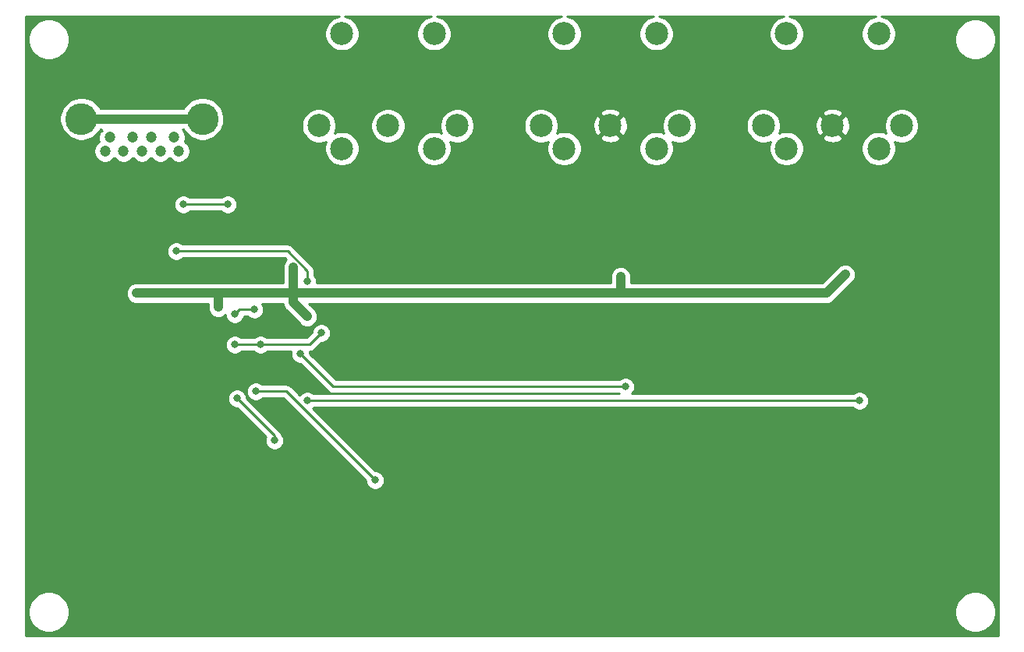
<source format=gbr>
%TF.GenerationSoftware,KiCad,Pcbnew,(5.1.10)-1*%
%TF.CreationDate,2021-07-12T22:11:48+02:00*%
%TF.ProjectId,mister-midi-pcb,6d697374-6572-42d6-9d69-64692d706362,rev?*%
%TF.SameCoordinates,Original*%
%TF.FileFunction,Copper,L2,Bot*%
%TF.FilePolarity,Positive*%
%FSLAX46Y46*%
G04 Gerber Fmt 4.6, Leading zero omitted, Abs format (unit mm)*
G04 Created by KiCad (PCBNEW (5.1.10)-1) date 2021-07-12 22:11:48*
%MOMM*%
%LPD*%
G01*
G04 APERTURE LIST*
%TA.AperFunction,ComponentPad*%
%ADD10C,3.450000*%
%TD*%
%TA.AperFunction,ComponentPad*%
%ADD11C,1.200000*%
%TD*%
%TA.AperFunction,ComponentPad*%
%ADD12C,2.500000*%
%TD*%
%TA.AperFunction,ViaPad*%
%ADD13C,0.800000*%
%TD*%
%TA.AperFunction,Conductor*%
%ADD14C,0.250000*%
%TD*%
%TA.AperFunction,Conductor*%
%ADD15C,1.000000*%
%TD*%
%TA.AperFunction,Conductor*%
%ADD16C,0.254000*%
%TD*%
%TA.AperFunction,Conductor*%
%ADD17C,0.100000*%
%TD*%
G04 APERTURE END LIST*
D10*
%TO.P,J2,10*%
%TO.N,Net-(J2-Pad10)*%
X67679400Y-87992200D03*
X80819400Y-87992200D03*
D11*
%TO.P,J2,9*%
%TO.N,Net-(J2-Pad9)*%
X78249400Y-91492200D03*
%TO.P,J2,8*%
%TO.N,Net-(J2-Pad8)*%
X76249400Y-91492200D03*
%TO.P,J2,7*%
%TO.N,Net-(J2-Pad7)*%
X74249400Y-91492200D03*
%TO.P,J2,6*%
%TO.N,Net-(J2-Pad6)*%
X72249400Y-91492200D03*
%TO.P,J2,5*%
%TO.N,Net-(J2-Pad5)*%
X70249400Y-91492200D03*
%TO.P,J2,4*%
%TO.N,GND*%
X70749400Y-89992200D03*
%TO.P,J2,3*%
%TO.N,Midi_In_RX*%
X73249400Y-89992200D03*
%TO.P,J2,2*%
%TO.N,Midi_Out_TX*%
X75249400Y-89992200D03*
%TO.P,J2,1*%
%TO.N,+5V*%
X77749400Y-89992200D03*
%TD*%
D12*
%TO.P,J1,3*%
%TO.N,Net-(J1-Pad3)*%
X108465000Y-88725000D03*
%TO.P,J1,4*%
%TO.N,Net-(FB1-Pad2)*%
X95965000Y-91225000D03*
%TO.P,J1,2*%
%TO.N,Net-(J1-Pad2)*%
X100965000Y-88725000D03*
%TO.P,J1,1*%
%TO.N,Net-(J1-Pad1)*%
X93465000Y-88725000D03*
%TO.P,J1,5*%
%TO.N,Net-(FB2-Pad2)*%
X105965000Y-91225000D03*
%TO.P,J1,6*%
%TO.N,N/C*%
X95965000Y-78725000D03*
X105965000Y-78725000D03*
%TD*%
%TO.P,J3,6*%
%TO.N,N/C*%
X130095000Y-78725000D03*
X120095000Y-78725000D03*
%TO.P,J3,5*%
%TO.N,Net-(FB3-Pad1)*%
X130095000Y-91225000D03*
%TO.P,J3,1*%
%TO.N,Net-(J3-Pad1)*%
X117595000Y-88725000D03*
%TO.P,J3,2*%
%TO.N,GND*%
X125095000Y-88725000D03*
%TO.P,J3,4*%
%TO.N,Net-(FB5-Pad2)*%
X120095000Y-91225000D03*
%TO.P,J3,3*%
%TO.N,Net-(J3-Pad3)*%
X132595000Y-88725000D03*
%TD*%
%TO.P,J4,3*%
%TO.N,Net-(J4-Pad3)*%
X156725000Y-88725000D03*
%TO.P,J4,4*%
%TO.N,Net-(FB6-Pad2)*%
X144225000Y-91225000D03*
%TO.P,J4,2*%
%TO.N,GND*%
X149225000Y-88725000D03*
%TO.P,J4,1*%
%TO.N,Net-(J4-Pad1)*%
X141725000Y-88725000D03*
%TO.P,J4,5*%
%TO.N,Net-(FB4-Pad1)*%
X154225000Y-91225000D03*
%TO.P,J4,6*%
%TO.N,N/C*%
X144225000Y-78725000D03*
X154225000Y-78725000D03*
%TD*%
D13*
%TO.N,Midi_Out_TX*%
X83566000Y-97282000D03*
X78740000Y-97282000D03*
%TO.N,Midi_In_RX*%
X93726000Y-111252000D03*
X84328000Y-112522000D03*
X92202000Y-105664000D03*
X77978000Y-102362000D03*
X87122000Y-112522000D03*
%TO.N,+3V3*%
X73660000Y-106934000D03*
X150622000Y-104902000D03*
X90678000Y-104140000D03*
X82550000Y-108458000D03*
X92202000Y-109474000D03*
X126238000Y-105156000D03*
%TO.N,Midi_In_RX_Inv*%
X84582000Y-118364000D03*
X88646000Y-122936000D03*
%TO.N,Midi_Out_TX_INV*%
X86614000Y-117602000D03*
X99568000Y-127254000D03*
%TO.N,Net-(U2-Pad10)*%
X86459990Y-108712000D03*
X84328000Y-109220000D03*
%TO.N,Net-(R6-Pad1)*%
X91440000Y-113538000D03*
X126746000Y-117094000D03*
%TO.N,Net-(R7-Pad2)*%
X92202000Y-118618000D03*
X152146000Y-118618000D03*
%TD*%
D14*
%TO.N,Midi_Out_TX*%
X83566000Y-97282000D02*
X78740000Y-97282000D01*
%TO.N,Midi_In_RX*%
X93726000Y-111252000D02*
X92456000Y-112522000D01*
X90066740Y-102362000D02*
X77978000Y-102362000D01*
X92202000Y-104497260D02*
X90066740Y-102362000D01*
X92202000Y-105664000D02*
X92202000Y-104497260D01*
X87630000Y-112522000D02*
X87122000Y-112522000D01*
X92456000Y-112522000D02*
X87630000Y-112522000D01*
X87630000Y-112522000D02*
X84328000Y-112522000D01*
D15*
%TO.N,+3V3*%
X90678000Y-104140000D02*
X90678000Y-106934000D01*
X82550000Y-107188000D02*
X82296000Y-106934000D01*
X82296000Y-106934000D02*
X90678000Y-106934000D01*
X82550000Y-108458000D02*
X82550000Y-107188000D01*
X73660000Y-106934000D02*
X82296000Y-106934000D01*
X90678000Y-107950000D02*
X92202000Y-109474000D01*
X90678000Y-106934000D02*
X90678000Y-107950000D01*
X126238000Y-106680000D02*
X125984000Y-106934000D01*
X126238000Y-105156000D02*
X126238000Y-106680000D01*
X90678000Y-106934000D02*
X125984000Y-106934000D01*
X148590000Y-106934000D02*
X150622000Y-104902000D01*
X125984000Y-106934000D02*
X148590000Y-106934000D01*
D14*
%TO.N,Midi_In_RX_Inv*%
X84582000Y-118364000D02*
X88646000Y-122428000D01*
X88646000Y-122428000D02*
X88646000Y-122936000D01*
%TO.N,Midi_Out_TX_INV*%
X89916000Y-117602000D02*
X99568000Y-127254000D01*
X86614000Y-117602000D02*
X89916000Y-117602000D01*
%TO.N,Net-(U2-Pad10)*%
X84836000Y-108712000D02*
X86459990Y-108712000D01*
X84836000Y-108712000D02*
X84328000Y-109220000D01*
%TO.N,Net-(R6-Pad1)*%
X91440000Y-113538000D02*
X94996000Y-117094000D01*
X94996000Y-117094000D02*
X126746000Y-117094000D01*
%TO.N,Net-(R7-Pad2)*%
X92202000Y-118618000D02*
X152146000Y-118618000D01*
D15*
%TO.N,Net-(J2-Pad10)*%
X67679400Y-87992200D02*
X80819400Y-87992200D01*
%TD*%
D16*
%TO.N,GND*%
X95415166Y-76912439D02*
X95072118Y-77054534D01*
X94763382Y-77260825D01*
X94500825Y-77523382D01*
X94294534Y-77832118D01*
X94152439Y-78175166D01*
X94080000Y-78539344D01*
X94080000Y-78910656D01*
X94152439Y-79274834D01*
X94294534Y-79617882D01*
X94500825Y-79926618D01*
X94763382Y-80189175D01*
X95072118Y-80395466D01*
X95415166Y-80537561D01*
X95779344Y-80610000D01*
X96150656Y-80610000D01*
X96514834Y-80537561D01*
X96857882Y-80395466D01*
X97166618Y-80189175D01*
X97429175Y-79926618D01*
X97635466Y-79617882D01*
X97777561Y-79274834D01*
X97850000Y-78910656D01*
X97850000Y-78539344D01*
X97777561Y-78175166D01*
X97635466Y-77832118D01*
X97429175Y-77523382D01*
X97166618Y-77260825D01*
X96857882Y-77054534D01*
X96514834Y-76912439D01*
X96251203Y-76860000D01*
X105678797Y-76860000D01*
X105415166Y-76912439D01*
X105072118Y-77054534D01*
X104763382Y-77260825D01*
X104500825Y-77523382D01*
X104294534Y-77832118D01*
X104152439Y-78175166D01*
X104080000Y-78539344D01*
X104080000Y-78910656D01*
X104152439Y-79274834D01*
X104294534Y-79617882D01*
X104500825Y-79926618D01*
X104763382Y-80189175D01*
X105072118Y-80395466D01*
X105415166Y-80537561D01*
X105779344Y-80610000D01*
X106150656Y-80610000D01*
X106514834Y-80537561D01*
X106857882Y-80395466D01*
X107166618Y-80189175D01*
X107429175Y-79926618D01*
X107635466Y-79617882D01*
X107777561Y-79274834D01*
X107850000Y-78910656D01*
X107850000Y-78539344D01*
X107777561Y-78175166D01*
X107635466Y-77832118D01*
X107429175Y-77523382D01*
X107166618Y-77260825D01*
X106857882Y-77054534D01*
X106514834Y-76912439D01*
X106251203Y-76860000D01*
X119808797Y-76860000D01*
X119545166Y-76912439D01*
X119202118Y-77054534D01*
X118893382Y-77260825D01*
X118630825Y-77523382D01*
X118424534Y-77832118D01*
X118282439Y-78175166D01*
X118210000Y-78539344D01*
X118210000Y-78910656D01*
X118282439Y-79274834D01*
X118424534Y-79617882D01*
X118630825Y-79926618D01*
X118893382Y-80189175D01*
X119202118Y-80395466D01*
X119545166Y-80537561D01*
X119909344Y-80610000D01*
X120280656Y-80610000D01*
X120644834Y-80537561D01*
X120987882Y-80395466D01*
X121296618Y-80189175D01*
X121559175Y-79926618D01*
X121765466Y-79617882D01*
X121907561Y-79274834D01*
X121980000Y-78910656D01*
X121980000Y-78539344D01*
X121907561Y-78175166D01*
X121765466Y-77832118D01*
X121559175Y-77523382D01*
X121296618Y-77260825D01*
X120987882Y-77054534D01*
X120644834Y-76912439D01*
X120381203Y-76860000D01*
X129808797Y-76860000D01*
X129545166Y-76912439D01*
X129202118Y-77054534D01*
X128893382Y-77260825D01*
X128630825Y-77523382D01*
X128424534Y-77832118D01*
X128282439Y-78175166D01*
X128210000Y-78539344D01*
X128210000Y-78910656D01*
X128282439Y-79274834D01*
X128424534Y-79617882D01*
X128630825Y-79926618D01*
X128893382Y-80189175D01*
X129202118Y-80395466D01*
X129545166Y-80537561D01*
X129909344Y-80610000D01*
X130280656Y-80610000D01*
X130644834Y-80537561D01*
X130987882Y-80395466D01*
X131296618Y-80189175D01*
X131559175Y-79926618D01*
X131765466Y-79617882D01*
X131907561Y-79274834D01*
X131980000Y-78910656D01*
X131980000Y-78539344D01*
X131907561Y-78175166D01*
X131765466Y-77832118D01*
X131559175Y-77523382D01*
X131296618Y-77260825D01*
X130987882Y-77054534D01*
X130644834Y-76912439D01*
X130381203Y-76860000D01*
X143938797Y-76860000D01*
X143675166Y-76912439D01*
X143332118Y-77054534D01*
X143023382Y-77260825D01*
X142760825Y-77523382D01*
X142554534Y-77832118D01*
X142412439Y-78175166D01*
X142340000Y-78539344D01*
X142340000Y-78910656D01*
X142412439Y-79274834D01*
X142554534Y-79617882D01*
X142760825Y-79926618D01*
X143023382Y-80189175D01*
X143332118Y-80395466D01*
X143675166Y-80537561D01*
X144039344Y-80610000D01*
X144410656Y-80610000D01*
X144774834Y-80537561D01*
X145117882Y-80395466D01*
X145426618Y-80189175D01*
X145689175Y-79926618D01*
X145895466Y-79617882D01*
X146037561Y-79274834D01*
X146110000Y-78910656D01*
X146110000Y-78539344D01*
X146037561Y-78175166D01*
X145895466Y-77832118D01*
X145689175Y-77523382D01*
X145426618Y-77260825D01*
X145117882Y-77054534D01*
X144774834Y-76912439D01*
X144511203Y-76860000D01*
X153938797Y-76860000D01*
X153675166Y-76912439D01*
X153332118Y-77054534D01*
X153023382Y-77260825D01*
X152760825Y-77523382D01*
X152554534Y-77832118D01*
X152412439Y-78175166D01*
X152340000Y-78539344D01*
X152340000Y-78910656D01*
X152412439Y-79274834D01*
X152554534Y-79617882D01*
X152760825Y-79926618D01*
X153023382Y-80189175D01*
X153332118Y-80395466D01*
X153675166Y-80537561D01*
X154039344Y-80610000D01*
X154410656Y-80610000D01*
X154774834Y-80537561D01*
X155117882Y-80395466D01*
X155426618Y-80189175D01*
X155689175Y-79926618D01*
X155895466Y-79617882D01*
X156037561Y-79274834D01*
X156061422Y-79154872D01*
X162484000Y-79154872D01*
X162484000Y-79595128D01*
X162569890Y-80026925D01*
X162738369Y-80433669D01*
X162982962Y-80799729D01*
X163294271Y-81111038D01*
X163660331Y-81355631D01*
X164067075Y-81524110D01*
X164498872Y-81610000D01*
X164939128Y-81610000D01*
X165370925Y-81524110D01*
X165777669Y-81355631D01*
X166143729Y-81111038D01*
X166455038Y-80799729D01*
X166699631Y-80433669D01*
X166868110Y-80026925D01*
X166954000Y-79595128D01*
X166954000Y-79154872D01*
X166868110Y-78723075D01*
X166699631Y-78316331D01*
X166455038Y-77950271D01*
X166143729Y-77638962D01*
X165777669Y-77394369D01*
X165370925Y-77225890D01*
X164939128Y-77140000D01*
X164498872Y-77140000D01*
X164067075Y-77225890D01*
X163660331Y-77394369D01*
X163294271Y-77638962D01*
X162982962Y-77950271D01*
X162738369Y-78316331D01*
X162569890Y-78723075D01*
X162484000Y-79154872D01*
X156061422Y-79154872D01*
X156110000Y-78910656D01*
X156110000Y-78539344D01*
X156037561Y-78175166D01*
X155895466Y-77832118D01*
X155689175Y-77523382D01*
X155426618Y-77260825D01*
X155117882Y-77054534D01*
X154774834Y-76912439D01*
X154511203Y-76860000D01*
X167234001Y-76860000D01*
X167234000Y-144120000D01*
X61620000Y-144120000D01*
X61620000Y-141384872D01*
X61900000Y-141384872D01*
X61900000Y-141825128D01*
X61985890Y-142256925D01*
X62154369Y-142663669D01*
X62398962Y-143029729D01*
X62710271Y-143341038D01*
X63076331Y-143585631D01*
X63483075Y-143754110D01*
X63914872Y-143840000D01*
X64355128Y-143840000D01*
X64786925Y-143754110D01*
X65193669Y-143585631D01*
X65559729Y-143341038D01*
X65871038Y-143029729D01*
X66115631Y-142663669D01*
X66284110Y-142256925D01*
X66370000Y-141825128D01*
X66370000Y-141384872D01*
X162484000Y-141384872D01*
X162484000Y-141825128D01*
X162569890Y-142256925D01*
X162738369Y-142663669D01*
X162982962Y-143029729D01*
X163294271Y-143341038D01*
X163660331Y-143585631D01*
X164067075Y-143754110D01*
X164498872Y-143840000D01*
X164939128Y-143840000D01*
X165370925Y-143754110D01*
X165777669Y-143585631D01*
X166143729Y-143341038D01*
X166455038Y-143029729D01*
X166699631Y-142663669D01*
X166868110Y-142256925D01*
X166954000Y-141825128D01*
X166954000Y-141384872D01*
X166868110Y-140953075D01*
X166699631Y-140546331D01*
X166455038Y-140180271D01*
X166143729Y-139868962D01*
X165777669Y-139624369D01*
X165370925Y-139455890D01*
X164939128Y-139370000D01*
X164498872Y-139370000D01*
X164067075Y-139455890D01*
X163660331Y-139624369D01*
X163294271Y-139868962D01*
X162982962Y-140180271D01*
X162738369Y-140546331D01*
X162569890Y-140953075D01*
X162484000Y-141384872D01*
X66370000Y-141384872D01*
X66284110Y-140953075D01*
X66115631Y-140546331D01*
X65871038Y-140180271D01*
X65559729Y-139868962D01*
X65193669Y-139624369D01*
X64786925Y-139455890D01*
X64355128Y-139370000D01*
X63914872Y-139370000D01*
X63483075Y-139455890D01*
X63076331Y-139624369D01*
X62710271Y-139868962D01*
X62398962Y-140180271D01*
X62154369Y-140546331D01*
X61985890Y-140953075D01*
X61900000Y-141384872D01*
X61620000Y-141384872D01*
X61620000Y-118262061D01*
X83547000Y-118262061D01*
X83547000Y-118465939D01*
X83586774Y-118665898D01*
X83664795Y-118854256D01*
X83778063Y-119023774D01*
X83922226Y-119167937D01*
X84091744Y-119281205D01*
X84280102Y-119359226D01*
X84480061Y-119399000D01*
X84542199Y-119399000D01*
X87687833Y-122544635D01*
X87650774Y-122634102D01*
X87611000Y-122834061D01*
X87611000Y-123037939D01*
X87650774Y-123237898D01*
X87728795Y-123426256D01*
X87842063Y-123595774D01*
X87986226Y-123739937D01*
X88155744Y-123853205D01*
X88344102Y-123931226D01*
X88544061Y-123971000D01*
X88747939Y-123971000D01*
X88947898Y-123931226D01*
X89136256Y-123853205D01*
X89305774Y-123739937D01*
X89449937Y-123595774D01*
X89563205Y-123426256D01*
X89641226Y-123237898D01*
X89681000Y-123037939D01*
X89681000Y-122834061D01*
X89641226Y-122634102D01*
X89563205Y-122445744D01*
X89449937Y-122276226D01*
X89369869Y-122196158D01*
X89351546Y-122135753D01*
X89280975Y-122003725D01*
X89280974Y-122003723D01*
X89209799Y-121916997D01*
X89186001Y-121887999D01*
X89157004Y-121864202D01*
X85617000Y-118324199D01*
X85617000Y-118262061D01*
X85577226Y-118062102D01*
X85499205Y-117873744D01*
X85385937Y-117704226D01*
X85241774Y-117560063D01*
X85072256Y-117446795D01*
X84883898Y-117368774D01*
X84683939Y-117329000D01*
X84480061Y-117329000D01*
X84280102Y-117368774D01*
X84091744Y-117446795D01*
X83922226Y-117560063D01*
X83778063Y-117704226D01*
X83664795Y-117873744D01*
X83586774Y-118062102D01*
X83547000Y-118262061D01*
X61620000Y-118262061D01*
X61620000Y-112420061D01*
X83293000Y-112420061D01*
X83293000Y-112623939D01*
X83332774Y-112823898D01*
X83410795Y-113012256D01*
X83524063Y-113181774D01*
X83668226Y-113325937D01*
X83837744Y-113439205D01*
X84026102Y-113517226D01*
X84226061Y-113557000D01*
X84429939Y-113557000D01*
X84629898Y-113517226D01*
X84818256Y-113439205D01*
X84987774Y-113325937D01*
X85031711Y-113282000D01*
X86418289Y-113282000D01*
X86462226Y-113325937D01*
X86631744Y-113439205D01*
X86820102Y-113517226D01*
X87020061Y-113557000D01*
X87223939Y-113557000D01*
X87423898Y-113517226D01*
X87612256Y-113439205D01*
X87781774Y-113325937D01*
X87825711Y-113282000D01*
X90435644Y-113282000D01*
X90405000Y-113436061D01*
X90405000Y-113639939D01*
X90444774Y-113839898D01*
X90522795Y-114028256D01*
X90636063Y-114197774D01*
X90780226Y-114341937D01*
X90949744Y-114455205D01*
X91138102Y-114533226D01*
X91338061Y-114573000D01*
X91400199Y-114573000D01*
X94432205Y-117605008D01*
X94455999Y-117634001D01*
X94484992Y-117657795D01*
X94484996Y-117657799D01*
X94537388Y-117700795D01*
X94571724Y-117728974D01*
X94703753Y-117799546D01*
X94847014Y-117843003D01*
X94958667Y-117854000D01*
X94958676Y-117854000D01*
X94995999Y-117857676D01*
X95033322Y-117854000D01*
X126042289Y-117854000D01*
X126046289Y-117858000D01*
X92905711Y-117858000D01*
X92861774Y-117814063D01*
X92692256Y-117700795D01*
X92503898Y-117622774D01*
X92303939Y-117583000D01*
X92100061Y-117583000D01*
X91900102Y-117622774D01*
X91711744Y-117700795D01*
X91542226Y-117814063D01*
X91398063Y-117958226D01*
X91377621Y-117988820D01*
X90479804Y-117091003D01*
X90456001Y-117061999D01*
X90340276Y-116967026D01*
X90208247Y-116896454D01*
X90064986Y-116852997D01*
X89953333Y-116842000D01*
X89953322Y-116842000D01*
X89916000Y-116838324D01*
X89878678Y-116842000D01*
X87317711Y-116842000D01*
X87273774Y-116798063D01*
X87104256Y-116684795D01*
X86915898Y-116606774D01*
X86715939Y-116567000D01*
X86512061Y-116567000D01*
X86312102Y-116606774D01*
X86123744Y-116684795D01*
X85954226Y-116798063D01*
X85810063Y-116942226D01*
X85696795Y-117111744D01*
X85618774Y-117300102D01*
X85579000Y-117500061D01*
X85579000Y-117703939D01*
X85618774Y-117903898D01*
X85696795Y-118092256D01*
X85810063Y-118261774D01*
X85954226Y-118405937D01*
X86123744Y-118519205D01*
X86312102Y-118597226D01*
X86512061Y-118637000D01*
X86715939Y-118637000D01*
X86915898Y-118597226D01*
X87104256Y-118519205D01*
X87273774Y-118405937D01*
X87317711Y-118362000D01*
X89601199Y-118362000D01*
X98533000Y-127293802D01*
X98533000Y-127355939D01*
X98572774Y-127555898D01*
X98650795Y-127744256D01*
X98764063Y-127913774D01*
X98908226Y-128057937D01*
X99077744Y-128171205D01*
X99266102Y-128249226D01*
X99466061Y-128289000D01*
X99669939Y-128289000D01*
X99869898Y-128249226D01*
X100058256Y-128171205D01*
X100227774Y-128057937D01*
X100371937Y-127913774D01*
X100485205Y-127744256D01*
X100563226Y-127555898D01*
X100603000Y-127355939D01*
X100603000Y-127152061D01*
X100563226Y-126952102D01*
X100485205Y-126763744D01*
X100371937Y-126594226D01*
X100227774Y-126450063D01*
X100058256Y-126336795D01*
X99869898Y-126258774D01*
X99669939Y-126219000D01*
X99607802Y-126219000D01*
X92831180Y-119442379D01*
X92861774Y-119421937D01*
X92905711Y-119378000D01*
X151442289Y-119378000D01*
X151486226Y-119421937D01*
X151655744Y-119535205D01*
X151844102Y-119613226D01*
X152044061Y-119653000D01*
X152247939Y-119653000D01*
X152447898Y-119613226D01*
X152636256Y-119535205D01*
X152805774Y-119421937D01*
X152949937Y-119277774D01*
X153063205Y-119108256D01*
X153141226Y-118919898D01*
X153181000Y-118719939D01*
X153181000Y-118516061D01*
X153141226Y-118316102D01*
X153063205Y-118127744D01*
X152949937Y-117958226D01*
X152805774Y-117814063D01*
X152636256Y-117700795D01*
X152447898Y-117622774D01*
X152247939Y-117583000D01*
X152044061Y-117583000D01*
X151844102Y-117622774D01*
X151655744Y-117700795D01*
X151486226Y-117814063D01*
X151442289Y-117858000D01*
X127445711Y-117858000D01*
X127549937Y-117753774D01*
X127663205Y-117584256D01*
X127741226Y-117395898D01*
X127781000Y-117195939D01*
X127781000Y-116992061D01*
X127741226Y-116792102D01*
X127663205Y-116603744D01*
X127549937Y-116434226D01*
X127405774Y-116290063D01*
X127236256Y-116176795D01*
X127047898Y-116098774D01*
X126847939Y-116059000D01*
X126644061Y-116059000D01*
X126444102Y-116098774D01*
X126255744Y-116176795D01*
X126086226Y-116290063D01*
X126042289Y-116334000D01*
X95310803Y-116334000D01*
X92475000Y-113498199D01*
X92475000Y-113436061D01*
X92444869Y-113284580D01*
X92456000Y-113285676D01*
X92493322Y-113282000D01*
X92493333Y-113282000D01*
X92604986Y-113271003D01*
X92748247Y-113227546D01*
X92880276Y-113156974D01*
X92996001Y-113062001D01*
X93019804Y-113032997D01*
X93765802Y-112287000D01*
X93827939Y-112287000D01*
X94027898Y-112247226D01*
X94216256Y-112169205D01*
X94385774Y-112055937D01*
X94529937Y-111911774D01*
X94643205Y-111742256D01*
X94721226Y-111553898D01*
X94761000Y-111353939D01*
X94761000Y-111150061D01*
X94721226Y-110950102D01*
X94643205Y-110761744D01*
X94529937Y-110592226D01*
X94385774Y-110448063D01*
X94216256Y-110334795D01*
X94027898Y-110256774D01*
X93827939Y-110217000D01*
X93624061Y-110217000D01*
X93424102Y-110256774D01*
X93235744Y-110334795D01*
X93066226Y-110448063D01*
X92922063Y-110592226D01*
X92808795Y-110761744D01*
X92730774Y-110950102D01*
X92691000Y-111150061D01*
X92691000Y-111212198D01*
X92141199Y-111762000D01*
X87825711Y-111762000D01*
X87781774Y-111718063D01*
X87612256Y-111604795D01*
X87423898Y-111526774D01*
X87223939Y-111487000D01*
X87020061Y-111487000D01*
X86820102Y-111526774D01*
X86631744Y-111604795D01*
X86462226Y-111718063D01*
X86418289Y-111762000D01*
X85031711Y-111762000D01*
X84987774Y-111718063D01*
X84818256Y-111604795D01*
X84629898Y-111526774D01*
X84429939Y-111487000D01*
X84226061Y-111487000D01*
X84026102Y-111526774D01*
X83837744Y-111604795D01*
X83668226Y-111718063D01*
X83524063Y-111862226D01*
X83410795Y-112031744D01*
X83332774Y-112220102D01*
X83293000Y-112420061D01*
X61620000Y-112420061D01*
X61620000Y-106934000D01*
X72519509Y-106934000D01*
X72541423Y-107156499D01*
X72606324Y-107370447D01*
X72711716Y-107567623D01*
X72853551Y-107740449D01*
X73026377Y-107882284D01*
X73223553Y-107987676D01*
X73437501Y-108052577D01*
X73604248Y-108069000D01*
X81415000Y-108069000D01*
X81415000Y-108513751D01*
X81431423Y-108680498D01*
X81496324Y-108894446D01*
X81601716Y-109091623D01*
X81743551Y-109264449D01*
X81916377Y-109406284D01*
X82113553Y-109511676D01*
X82327501Y-109576577D01*
X82550000Y-109598491D01*
X82772498Y-109576577D01*
X82986446Y-109511676D01*
X83183623Y-109406284D01*
X83293000Y-109316520D01*
X83293000Y-109321939D01*
X83332774Y-109521898D01*
X83410795Y-109710256D01*
X83524063Y-109879774D01*
X83668226Y-110023937D01*
X83837744Y-110137205D01*
X84026102Y-110215226D01*
X84226061Y-110255000D01*
X84429939Y-110255000D01*
X84629898Y-110215226D01*
X84818256Y-110137205D01*
X84987774Y-110023937D01*
X85131937Y-109879774D01*
X85245205Y-109710256D01*
X85323226Y-109521898D01*
X85333151Y-109472000D01*
X85756279Y-109472000D01*
X85800216Y-109515937D01*
X85969734Y-109629205D01*
X86158092Y-109707226D01*
X86358051Y-109747000D01*
X86561929Y-109747000D01*
X86761888Y-109707226D01*
X86950246Y-109629205D01*
X87119764Y-109515937D01*
X87263927Y-109371774D01*
X87377195Y-109202256D01*
X87455216Y-109013898D01*
X87494990Y-108813939D01*
X87494990Y-108610061D01*
X87455216Y-108410102D01*
X87377195Y-108221744D01*
X87275135Y-108069000D01*
X89549229Y-108069000D01*
X89559423Y-108172499D01*
X89624324Y-108386447D01*
X89729717Y-108583623D01*
X89871552Y-108756449D01*
X89914860Y-108791991D01*
X91438856Y-110315988D01*
X91568376Y-110422283D01*
X91765552Y-110527675D01*
X91979500Y-110592576D01*
X92201999Y-110614490D01*
X92424498Y-110592576D01*
X92638446Y-110527675D01*
X92835622Y-110422283D01*
X93008448Y-110280448D01*
X93150283Y-110107622D01*
X93255675Y-109910446D01*
X93320576Y-109696498D01*
X93342490Y-109473999D01*
X93320576Y-109251500D01*
X93255675Y-109037552D01*
X93150283Y-108840376D01*
X93043988Y-108710856D01*
X92402132Y-108069000D01*
X125928249Y-108069000D01*
X125984000Y-108074491D01*
X126039751Y-108069000D01*
X148534249Y-108069000D01*
X148590000Y-108074491D01*
X148645751Y-108069000D01*
X148645752Y-108069000D01*
X148812499Y-108052577D01*
X149026447Y-107987676D01*
X149223623Y-107882284D01*
X149396449Y-107740449D01*
X149431996Y-107697135D01*
X151463988Y-105665144D01*
X151570283Y-105535623D01*
X151675676Y-105338447D01*
X151740577Y-105124499D01*
X151762491Y-104902000D01*
X151740577Y-104679502D01*
X151675676Y-104465554D01*
X151570283Y-104268378D01*
X151428448Y-104095552D01*
X151255622Y-103953717D01*
X151058446Y-103848324D01*
X150844498Y-103783423D01*
X150622000Y-103761509D01*
X150399501Y-103783423D01*
X150185553Y-103848324D01*
X149988377Y-103953717D01*
X149858856Y-104060012D01*
X148119869Y-105799000D01*
X127373000Y-105799000D01*
X127373000Y-105100248D01*
X127356577Y-104933501D01*
X127291676Y-104719553D01*
X127186284Y-104522377D01*
X127044449Y-104349551D01*
X126871623Y-104207716D01*
X126674446Y-104102324D01*
X126460498Y-104037423D01*
X126238000Y-104015509D01*
X126015501Y-104037423D01*
X125801553Y-104102324D01*
X125604377Y-104207716D01*
X125431551Y-104349551D01*
X125289716Y-104522377D01*
X125184324Y-104719554D01*
X125119423Y-104933502D01*
X125103000Y-105100249D01*
X125103000Y-105799000D01*
X93230424Y-105799000D01*
X93237000Y-105765939D01*
X93237000Y-105562061D01*
X93197226Y-105362102D01*
X93119205Y-105173744D01*
X93005937Y-105004226D01*
X92962000Y-104960289D01*
X92962000Y-104534585D01*
X92965676Y-104497260D01*
X92962000Y-104459935D01*
X92962000Y-104459927D01*
X92951003Y-104348274D01*
X92907546Y-104205013D01*
X92836974Y-104072984D01*
X92742001Y-103957259D01*
X92713003Y-103933461D01*
X90630544Y-101851003D01*
X90606741Y-101821999D01*
X90491016Y-101727026D01*
X90358987Y-101656454D01*
X90215726Y-101612997D01*
X90104073Y-101602000D01*
X90104062Y-101602000D01*
X90066740Y-101598324D01*
X90029418Y-101602000D01*
X78681711Y-101602000D01*
X78637774Y-101558063D01*
X78468256Y-101444795D01*
X78279898Y-101366774D01*
X78079939Y-101327000D01*
X77876061Y-101327000D01*
X77676102Y-101366774D01*
X77487744Y-101444795D01*
X77318226Y-101558063D01*
X77174063Y-101702226D01*
X77060795Y-101871744D01*
X76982774Y-102060102D01*
X76943000Y-102260061D01*
X76943000Y-102463939D01*
X76982774Y-102663898D01*
X77060795Y-102852256D01*
X77174063Y-103021774D01*
X77318226Y-103165937D01*
X77487744Y-103279205D01*
X77676102Y-103357226D01*
X77876061Y-103397000D01*
X78079939Y-103397000D01*
X78279898Y-103357226D01*
X78468256Y-103279205D01*
X78637774Y-103165937D01*
X78681711Y-103122000D01*
X89751939Y-103122000D01*
X89922048Y-103292109D01*
X89871551Y-103333551D01*
X89729716Y-103506377D01*
X89624324Y-103703554D01*
X89559423Y-103917502D01*
X89543000Y-104084249D01*
X89543001Y-105799000D01*
X82351751Y-105799000D01*
X82296000Y-105793509D01*
X82240249Y-105799000D01*
X73604248Y-105799000D01*
X73437501Y-105815423D01*
X73223553Y-105880324D01*
X73026377Y-105985716D01*
X72853551Y-106127551D01*
X72711716Y-106300377D01*
X72606324Y-106497553D01*
X72541423Y-106711501D01*
X72519509Y-106934000D01*
X61620000Y-106934000D01*
X61620000Y-97180061D01*
X77705000Y-97180061D01*
X77705000Y-97383939D01*
X77744774Y-97583898D01*
X77822795Y-97772256D01*
X77936063Y-97941774D01*
X78080226Y-98085937D01*
X78249744Y-98199205D01*
X78438102Y-98277226D01*
X78638061Y-98317000D01*
X78841939Y-98317000D01*
X79041898Y-98277226D01*
X79230256Y-98199205D01*
X79399774Y-98085937D01*
X79443711Y-98042000D01*
X82862289Y-98042000D01*
X82906226Y-98085937D01*
X83075744Y-98199205D01*
X83264102Y-98277226D01*
X83464061Y-98317000D01*
X83667939Y-98317000D01*
X83867898Y-98277226D01*
X84056256Y-98199205D01*
X84225774Y-98085937D01*
X84369937Y-97941774D01*
X84483205Y-97772256D01*
X84561226Y-97583898D01*
X84601000Y-97383939D01*
X84601000Y-97180061D01*
X84561226Y-96980102D01*
X84483205Y-96791744D01*
X84369937Y-96622226D01*
X84225774Y-96478063D01*
X84056256Y-96364795D01*
X83867898Y-96286774D01*
X83667939Y-96247000D01*
X83464061Y-96247000D01*
X83264102Y-96286774D01*
X83075744Y-96364795D01*
X82906226Y-96478063D01*
X82862289Y-96522000D01*
X79443711Y-96522000D01*
X79399774Y-96478063D01*
X79230256Y-96364795D01*
X79041898Y-96286774D01*
X78841939Y-96247000D01*
X78638061Y-96247000D01*
X78438102Y-96286774D01*
X78249744Y-96364795D01*
X78080226Y-96478063D01*
X77936063Y-96622226D01*
X77822795Y-96791744D01*
X77744774Y-96980102D01*
X77705000Y-97180061D01*
X61620000Y-97180061D01*
X61620000Y-87759760D01*
X65319400Y-87759760D01*
X65319400Y-88224640D01*
X65410094Y-88680587D01*
X65587995Y-89110079D01*
X65846268Y-89496612D01*
X66174988Y-89825332D01*
X66561521Y-90083605D01*
X66991013Y-90261506D01*
X67446960Y-90352200D01*
X67911840Y-90352200D01*
X68367787Y-90261506D01*
X68797279Y-90083605D01*
X69183812Y-89825332D01*
X69512532Y-89496612D01*
X69759365Y-89127200D01*
X69860264Y-89127200D01*
X69782528Y-89204936D01*
X69899634Y-89322042D01*
X69676052Y-89369348D01*
X69575163Y-89590716D01*
X69519400Y-89827513D01*
X69510905Y-90070638D01*
X69550005Y-90310749D01*
X69598899Y-90441529D01*
X69462133Y-90532913D01*
X69290113Y-90704933D01*
X69154957Y-90907208D01*
X69061860Y-91131964D01*
X69014400Y-91370563D01*
X69014400Y-91613837D01*
X69061860Y-91852436D01*
X69154957Y-92077192D01*
X69290113Y-92279467D01*
X69462133Y-92451487D01*
X69664408Y-92586643D01*
X69889164Y-92679740D01*
X70127763Y-92727200D01*
X70371037Y-92727200D01*
X70609636Y-92679740D01*
X70834392Y-92586643D01*
X71036667Y-92451487D01*
X71208687Y-92279467D01*
X71249400Y-92218536D01*
X71290113Y-92279467D01*
X71462133Y-92451487D01*
X71664408Y-92586643D01*
X71889164Y-92679740D01*
X72127763Y-92727200D01*
X72371037Y-92727200D01*
X72609636Y-92679740D01*
X72834392Y-92586643D01*
X73036667Y-92451487D01*
X73208687Y-92279467D01*
X73249400Y-92218536D01*
X73290113Y-92279467D01*
X73462133Y-92451487D01*
X73664408Y-92586643D01*
X73889164Y-92679740D01*
X74127763Y-92727200D01*
X74371037Y-92727200D01*
X74609636Y-92679740D01*
X74834392Y-92586643D01*
X75036667Y-92451487D01*
X75208687Y-92279467D01*
X75249400Y-92218536D01*
X75290113Y-92279467D01*
X75462133Y-92451487D01*
X75664408Y-92586643D01*
X75889164Y-92679740D01*
X76127763Y-92727200D01*
X76371037Y-92727200D01*
X76609636Y-92679740D01*
X76834392Y-92586643D01*
X77036667Y-92451487D01*
X77208687Y-92279467D01*
X77249400Y-92218536D01*
X77290113Y-92279467D01*
X77462133Y-92451487D01*
X77664408Y-92586643D01*
X77889164Y-92679740D01*
X78127763Y-92727200D01*
X78371037Y-92727200D01*
X78609636Y-92679740D01*
X78834392Y-92586643D01*
X79036667Y-92451487D01*
X79208687Y-92279467D01*
X79343843Y-92077192D01*
X79436940Y-91852436D01*
X79484400Y-91613837D01*
X79484400Y-91370563D01*
X79436940Y-91131964D01*
X79343843Y-90907208D01*
X79208687Y-90704933D01*
X79036667Y-90532913D01*
X78900007Y-90441600D01*
X78936940Y-90352436D01*
X78984400Y-90113837D01*
X78984400Y-89870563D01*
X78936940Y-89631964D01*
X78843843Y-89407208D01*
X78708687Y-89204933D01*
X78630954Y-89127200D01*
X78739435Y-89127200D01*
X78986268Y-89496612D01*
X79314988Y-89825332D01*
X79701521Y-90083605D01*
X80131013Y-90261506D01*
X80586960Y-90352200D01*
X81051840Y-90352200D01*
X81507787Y-90261506D01*
X81937279Y-90083605D01*
X82323812Y-89825332D01*
X82652532Y-89496612D01*
X82910805Y-89110079D01*
X83088706Y-88680587D01*
X83116801Y-88539344D01*
X91580000Y-88539344D01*
X91580000Y-88910656D01*
X91652439Y-89274834D01*
X91794534Y-89617882D01*
X92000825Y-89926618D01*
X92263382Y-90189175D01*
X92572118Y-90395466D01*
X92915166Y-90537561D01*
X93279344Y-90610000D01*
X93650656Y-90610000D01*
X94014834Y-90537561D01*
X94249740Y-90440260D01*
X94152439Y-90675166D01*
X94080000Y-91039344D01*
X94080000Y-91410656D01*
X94152439Y-91774834D01*
X94294534Y-92117882D01*
X94500825Y-92426618D01*
X94763382Y-92689175D01*
X95072118Y-92895466D01*
X95415166Y-93037561D01*
X95779344Y-93110000D01*
X96150656Y-93110000D01*
X96514834Y-93037561D01*
X96857882Y-92895466D01*
X97166618Y-92689175D01*
X97429175Y-92426618D01*
X97635466Y-92117882D01*
X97777561Y-91774834D01*
X97850000Y-91410656D01*
X97850000Y-91039344D01*
X104080000Y-91039344D01*
X104080000Y-91410656D01*
X104152439Y-91774834D01*
X104294534Y-92117882D01*
X104500825Y-92426618D01*
X104763382Y-92689175D01*
X105072118Y-92895466D01*
X105415166Y-93037561D01*
X105779344Y-93110000D01*
X106150656Y-93110000D01*
X106514834Y-93037561D01*
X106857882Y-92895466D01*
X107166618Y-92689175D01*
X107429175Y-92426618D01*
X107635466Y-92117882D01*
X107777561Y-91774834D01*
X107850000Y-91410656D01*
X107850000Y-91039344D01*
X107777561Y-90675166D01*
X107680260Y-90440260D01*
X107915166Y-90537561D01*
X108279344Y-90610000D01*
X108650656Y-90610000D01*
X109014834Y-90537561D01*
X109357882Y-90395466D01*
X109666618Y-90189175D01*
X109929175Y-89926618D01*
X110135466Y-89617882D01*
X110277561Y-89274834D01*
X110350000Y-88910656D01*
X110350000Y-88539344D01*
X115710000Y-88539344D01*
X115710000Y-88910656D01*
X115782439Y-89274834D01*
X115924534Y-89617882D01*
X116130825Y-89926618D01*
X116393382Y-90189175D01*
X116702118Y-90395466D01*
X117045166Y-90537561D01*
X117409344Y-90610000D01*
X117780656Y-90610000D01*
X118144834Y-90537561D01*
X118379740Y-90440260D01*
X118282439Y-90675166D01*
X118210000Y-91039344D01*
X118210000Y-91410656D01*
X118282439Y-91774834D01*
X118424534Y-92117882D01*
X118630825Y-92426618D01*
X118893382Y-92689175D01*
X119202118Y-92895466D01*
X119545166Y-93037561D01*
X119909344Y-93110000D01*
X120280656Y-93110000D01*
X120644834Y-93037561D01*
X120987882Y-92895466D01*
X121296618Y-92689175D01*
X121559175Y-92426618D01*
X121765466Y-92117882D01*
X121907561Y-91774834D01*
X121980000Y-91410656D01*
X121980000Y-91039344D01*
X128210000Y-91039344D01*
X128210000Y-91410656D01*
X128282439Y-91774834D01*
X128424534Y-92117882D01*
X128630825Y-92426618D01*
X128893382Y-92689175D01*
X129202118Y-92895466D01*
X129545166Y-93037561D01*
X129909344Y-93110000D01*
X130280656Y-93110000D01*
X130644834Y-93037561D01*
X130987882Y-92895466D01*
X131296618Y-92689175D01*
X131559175Y-92426618D01*
X131765466Y-92117882D01*
X131907561Y-91774834D01*
X131980000Y-91410656D01*
X131980000Y-91039344D01*
X131907561Y-90675166D01*
X131810260Y-90440260D01*
X132045166Y-90537561D01*
X132409344Y-90610000D01*
X132780656Y-90610000D01*
X133144834Y-90537561D01*
X133487882Y-90395466D01*
X133796618Y-90189175D01*
X134059175Y-89926618D01*
X134265466Y-89617882D01*
X134407561Y-89274834D01*
X134480000Y-88910656D01*
X134480000Y-88539344D01*
X139840000Y-88539344D01*
X139840000Y-88910656D01*
X139912439Y-89274834D01*
X140054534Y-89617882D01*
X140260825Y-89926618D01*
X140523382Y-90189175D01*
X140832118Y-90395466D01*
X141175166Y-90537561D01*
X141539344Y-90610000D01*
X141910656Y-90610000D01*
X142274834Y-90537561D01*
X142509740Y-90440260D01*
X142412439Y-90675166D01*
X142340000Y-91039344D01*
X142340000Y-91410656D01*
X142412439Y-91774834D01*
X142554534Y-92117882D01*
X142760825Y-92426618D01*
X143023382Y-92689175D01*
X143332118Y-92895466D01*
X143675166Y-93037561D01*
X144039344Y-93110000D01*
X144410656Y-93110000D01*
X144774834Y-93037561D01*
X145117882Y-92895466D01*
X145426618Y-92689175D01*
X145689175Y-92426618D01*
X145895466Y-92117882D01*
X146037561Y-91774834D01*
X146110000Y-91410656D01*
X146110000Y-91039344D01*
X152340000Y-91039344D01*
X152340000Y-91410656D01*
X152412439Y-91774834D01*
X152554534Y-92117882D01*
X152760825Y-92426618D01*
X153023382Y-92689175D01*
X153332118Y-92895466D01*
X153675166Y-93037561D01*
X154039344Y-93110000D01*
X154410656Y-93110000D01*
X154774834Y-93037561D01*
X155117882Y-92895466D01*
X155426618Y-92689175D01*
X155689175Y-92426618D01*
X155895466Y-92117882D01*
X156037561Y-91774834D01*
X156110000Y-91410656D01*
X156110000Y-91039344D01*
X156037561Y-90675166D01*
X155940260Y-90440260D01*
X156175166Y-90537561D01*
X156539344Y-90610000D01*
X156910656Y-90610000D01*
X157274834Y-90537561D01*
X157617882Y-90395466D01*
X157926618Y-90189175D01*
X158189175Y-89926618D01*
X158395466Y-89617882D01*
X158537561Y-89274834D01*
X158610000Y-88910656D01*
X158610000Y-88539344D01*
X158537561Y-88175166D01*
X158395466Y-87832118D01*
X158189175Y-87523382D01*
X157926618Y-87260825D01*
X157617882Y-87054534D01*
X157274834Y-86912439D01*
X156910656Y-86840000D01*
X156539344Y-86840000D01*
X156175166Y-86912439D01*
X155832118Y-87054534D01*
X155523382Y-87260825D01*
X155260825Y-87523382D01*
X155054534Y-87832118D01*
X154912439Y-88175166D01*
X154840000Y-88539344D01*
X154840000Y-88910656D01*
X154912439Y-89274834D01*
X155009740Y-89509740D01*
X154774834Y-89412439D01*
X154410656Y-89340000D01*
X154039344Y-89340000D01*
X153675166Y-89412439D01*
X153332118Y-89554534D01*
X153023382Y-89760825D01*
X152760825Y-90023382D01*
X152554534Y-90332118D01*
X152412439Y-90675166D01*
X152340000Y-91039344D01*
X146110000Y-91039344D01*
X146037561Y-90675166D01*
X145895466Y-90332118D01*
X145699347Y-90038605D01*
X148091000Y-90038605D01*
X148216914Y-90328577D01*
X148549126Y-90494433D01*
X148907312Y-90592290D01*
X149277706Y-90618389D01*
X149646075Y-90571725D01*
X149998262Y-90454094D01*
X150233086Y-90328577D01*
X150359000Y-90038605D01*
X149225000Y-88904605D01*
X148091000Y-90038605D01*
X145699347Y-90038605D01*
X145689175Y-90023382D01*
X145426618Y-89760825D01*
X145117882Y-89554534D01*
X144774834Y-89412439D01*
X144410656Y-89340000D01*
X144039344Y-89340000D01*
X143675166Y-89412439D01*
X143440260Y-89509740D01*
X143537561Y-89274834D01*
X143610000Y-88910656D01*
X143610000Y-88777706D01*
X147331611Y-88777706D01*
X147378275Y-89146075D01*
X147495906Y-89498262D01*
X147621423Y-89733086D01*
X147911395Y-89859000D01*
X149045395Y-88725000D01*
X149404605Y-88725000D01*
X150538605Y-89859000D01*
X150828577Y-89733086D01*
X150994433Y-89400874D01*
X151092290Y-89042688D01*
X151118389Y-88672294D01*
X151071725Y-88303925D01*
X150954094Y-87951738D01*
X150828577Y-87716914D01*
X150538605Y-87591000D01*
X149404605Y-88725000D01*
X149045395Y-88725000D01*
X147911395Y-87591000D01*
X147621423Y-87716914D01*
X147455567Y-88049126D01*
X147357710Y-88407312D01*
X147331611Y-88777706D01*
X143610000Y-88777706D01*
X143610000Y-88539344D01*
X143537561Y-88175166D01*
X143395466Y-87832118D01*
X143189175Y-87523382D01*
X143077188Y-87411395D01*
X148091000Y-87411395D01*
X149225000Y-88545395D01*
X150359000Y-87411395D01*
X150233086Y-87121423D01*
X149900874Y-86955567D01*
X149542688Y-86857710D01*
X149172294Y-86831611D01*
X148803925Y-86878275D01*
X148451738Y-86995906D01*
X148216914Y-87121423D01*
X148091000Y-87411395D01*
X143077188Y-87411395D01*
X142926618Y-87260825D01*
X142617882Y-87054534D01*
X142274834Y-86912439D01*
X141910656Y-86840000D01*
X141539344Y-86840000D01*
X141175166Y-86912439D01*
X140832118Y-87054534D01*
X140523382Y-87260825D01*
X140260825Y-87523382D01*
X140054534Y-87832118D01*
X139912439Y-88175166D01*
X139840000Y-88539344D01*
X134480000Y-88539344D01*
X134407561Y-88175166D01*
X134265466Y-87832118D01*
X134059175Y-87523382D01*
X133796618Y-87260825D01*
X133487882Y-87054534D01*
X133144834Y-86912439D01*
X132780656Y-86840000D01*
X132409344Y-86840000D01*
X132045166Y-86912439D01*
X131702118Y-87054534D01*
X131393382Y-87260825D01*
X131130825Y-87523382D01*
X130924534Y-87832118D01*
X130782439Y-88175166D01*
X130710000Y-88539344D01*
X130710000Y-88910656D01*
X130782439Y-89274834D01*
X130879740Y-89509740D01*
X130644834Y-89412439D01*
X130280656Y-89340000D01*
X129909344Y-89340000D01*
X129545166Y-89412439D01*
X129202118Y-89554534D01*
X128893382Y-89760825D01*
X128630825Y-90023382D01*
X128424534Y-90332118D01*
X128282439Y-90675166D01*
X128210000Y-91039344D01*
X121980000Y-91039344D01*
X121907561Y-90675166D01*
X121765466Y-90332118D01*
X121569347Y-90038605D01*
X123961000Y-90038605D01*
X124086914Y-90328577D01*
X124419126Y-90494433D01*
X124777312Y-90592290D01*
X125147706Y-90618389D01*
X125516075Y-90571725D01*
X125868262Y-90454094D01*
X126103086Y-90328577D01*
X126229000Y-90038605D01*
X125095000Y-88904605D01*
X123961000Y-90038605D01*
X121569347Y-90038605D01*
X121559175Y-90023382D01*
X121296618Y-89760825D01*
X120987882Y-89554534D01*
X120644834Y-89412439D01*
X120280656Y-89340000D01*
X119909344Y-89340000D01*
X119545166Y-89412439D01*
X119310260Y-89509740D01*
X119407561Y-89274834D01*
X119480000Y-88910656D01*
X119480000Y-88777706D01*
X123201611Y-88777706D01*
X123248275Y-89146075D01*
X123365906Y-89498262D01*
X123491423Y-89733086D01*
X123781395Y-89859000D01*
X124915395Y-88725000D01*
X125274605Y-88725000D01*
X126408605Y-89859000D01*
X126698577Y-89733086D01*
X126864433Y-89400874D01*
X126962290Y-89042688D01*
X126988389Y-88672294D01*
X126941725Y-88303925D01*
X126824094Y-87951738D01*
X126698577Y-87716914D01*
X126408605Y-87591000D01*
X125274605Y-88725000D01*
X124915395Y-88725000D01*
X123781395Y-87591000D01*
X123491423Y-87716914D01*
X123325567Y-88049126D01*
X123227710Y-88407312D01*
X123201611Y-88777706D01*
X119480000Y-88777706D01*
X119480000Y-88539344D01*
X119407561Y-88175166D01*
X119265466Y-87832118D01*
X119059175Y-87523382D01*
X118947188Y-87411395D01*
X123961000Y-87411395D01*
X125095000Y-88545395D01*
X126229000Y-87411395D01*
X126103086Y-87121423D01*
X125770874Y-86955567D01*
X125412688Y-86857710D01*
X125042294Y-86831611D01*
X124673925Y-86878275D01*
X124321738Y-86995906D01*
X124086914Y-87121423D01*
X123961000Y-87411395D01*
X118947188Y-87411395D01*
X118796618Y-87260825D01*
X118487882Y-87054534D01*
X118144834Y-86912439D01*
X117780656Y-86840000D01*
X117409344Y-86840000D01*
X117045166Y-86912439D01*
X116702118Y-87054534D01*
X116393382Y-87260825D01*
X116130825Y-87523382D01*
X115924534Y-87832118D01*
X115782439Y-88175166D01*
X115710000Y-88539344D01*
X110350000Y-88539344D01*
X110277561Y-88175166D01*
X110135466Y-87832118D01*
X109929175Y-87523382D01*
X109666618Y-87260825D01*
X109357882Y-87054534D01*
X109014834Y-86912439D01*
X108650656Y-86840000D01*
X108279344Y-86840000D01*
X107915166Y-86912439D01*
X107572118Y-87054534D01*
X107263382Y-87260825D01*
X107000825Y-87523382D01*
X106794534Y-87832118D01*
X106652439Y-88175166D01*
X106580000Y-88539344D01*
X106580000Y-88910656D01*
X106652439Y-89274834D01*
X106749740Y-89509740D01*
X106514834Y-89412439D01*
X106150656Y-89340000D01*
X105779344Y-89340000D01*
X105415166Y-89412439D01*
X105072118Y-89554534D01*
X104763382Y-89760825D01*
X104500825Y-90023382D01*
X104294534Y-90332118D01*
X104152439Y-90675166D01*
X104080000Y-91039344D01*
X97850000Y-91039344D01*
X97777561Y-90675166D01*
X97635466Y-90332118D01*
X97429175Y-90023382D01*
X97166618Y-89760825D01*
X96857882Y-89554534D01*
X96514834Y-89412439D01*
X96150656Y-89340000D01*
X95779344Y-89340000D01*
X95415166Y-89412439D01*
X95180260Y-89509740D01*
X95277561Y-89274834D01*
X95350000Y-88910656D01*
X95350000Y-88539344D01*
X99080000Y-88539344D01*
X99080000Y-88910656D01*
X99152439Y-89274834D01*
X99294534Y-89617882D01*
X99500825Y-89926618D01*
X99763382Y-90189175D01*
X100072118Y-90395466D01*
X100415166Y-90537561D01*
X100779344Y-90610000D01*
X101150656Y-90610000D01*
X101514834Y-90537561D01*
X101857882Y-90395466D01*
X102166618Y-90189175D01*
X102429175Y-89926618D01*
X102635466Y-89617882D01*
X102777561Y-89274834D01*
X102850000Y-88910656D01*
X102850000Y-88539344D01*
X102777561Y-88175166D01*
X102635466Y-87832118D01*
X102429175Y-87523382D01*
X102166618Y-87260825D01*
X101857882Y-87054534D01*
X101514834Y-86912439D01*
X101150656Y-86840000D01*
X100779344Y-86840000D01*
X100415166Y-86912439D01*
X100072118Y-87054534D01*
X99763382Y-87260825D01*
X99500825Y-87523382D01*
X99294534Y-87832118D01*
X99152439Y-88175166D01*
X99080000Y-88539344D01*
X95350000Y-88539344D01*
X95277561Y-88175166D01*
X95135466Y-87832118D01*
X94929175Y-87523382D01*
X94666618Y-87260825D01*
X94357882Y-87054534D01*
X94014834Y-86912439D01*
X93650656Y-86840000D01*
X93279344Y-86840000D01*
X92915166Y-86912439D01*
X92572118Y-87054534D01*
X92263382Y-87260825D01*
X92000825Y-87523382D01*
X91794534Y-87832118D01*
X91652439Y-88175166D01*
X91580000Y-88539344D01*
X83116801Y-88539344D01*
X83179400Y-88224640D01*
X83179400Y-87759760D01*
X83088706Y-87303813D01*
X82910805Y-86874321D01*
X82652532Y-86487788D01*
X82323812Y-86159068D01*
X81937279Y-85900795D01*
X81507787Y-85722894D01*
X81051840Y-85632200D01*
X80586960Y-85632200D01*
X80131013Y-85722894D01*
X79701521Y-85900795D01*
X79314988Y-86159068D01*
X78986268Y-86487788D01*
X78739435Y-86857200D01*
X69759365Y-86857200D01*
X69512532Y-86487788D01*
X69183812Y-86159068D01*
X68797279Y-85900795D01*
X68367787Y-85722894D01*
X67911840Y-85632200D01*
X67446960Y-85632200D01*
X66991013Y-85722894D01*
X66561521Y-85900795D01*
X66174988Y-86159068D01*
X65846268Y-86487788D01*
X65587995Y-86874321D01*
X65410094Y-87303813D01*
X65319400Y-87759760D01*
X61620000Y-87759760D01*
X61620000Y-79154872D01*
X61900000Y-79154872D01*
X61900000Y-79595128D01*
X61985890Y-80026925D01*
X62154369Y-80433669D01*
X62398962Y-80799729D01*
X62710271Y-81111038D01*
X63076331Y-81355631D01*
X63483075Y-81524110D01*
X63914872Y-81610000D01*
X64355128Y-81610000D01*
X64786925Y-81524110D01*
X65193669Y-81355631D01*
X65559729Y-81111038D01*
X65871038Y-80799729D01*
X66115631Y-80433669D01*
X66284110Y-80026925D01*
X66370000Y-79595128D01*
X66370000Y-79154872D01*
X66284110Y-78723075D01*
X66115631Y-78316331D01*
X65871038Y-77950271D01*
X65559729Y-77638962D01*
X65193669Y-77394369D01*
X64786925Y-77225890D01*
X64355128Y-77140000D01*
X63914872Y-77140000D01*
X63483075Y-77225890D01*
X63076331Y-77394369D01*
X62710271Y-77638962D01*
X62398962Y-77950271D01*
X62154369Y-78316331D01*
X61985890Y-78723075D01*
X61900000Y-79154872D01*
X61620000Y-79154872D01*
X61620000Y-76860000D01*
X95678797Y-76860000D01*
X95415166Y-76912439D01*
%TA.AperFunction,Conductor*%
D17*
G36*
X95415166Y-76912439D02*
G01*
X95072118Y-77054534D01*
X94763382Y-77260825D01*
X94500825Y-77523382D01*
X94294534Y-77832118D01*
X94152439Y-78175166D01*
X94080000Y-78539344D01*
X94080000Y-78910656D01*
X94152439Y-79274834D01*
X94294534Y-79617882D01*
X94500825Y-79926618D01*
X94763382Y-80189175D01*
X95072118Y-80395466D01*
X95415166Y-80537561D01*
X95779344Y-80610000D01*
X96150656Y-80610000D01*
X96514834Y-80537561D01*
X96857882Y-80395466D01*
X97166618Y-80189175D01*
X97429175Y-79926618D01*
X97635466Y-79617882D01*
X97777561Y-79274834D01*
X97850000Y-78910656D01*
X97850000Y-78539344D01*
X97777561Y-78175166D01*
X97635466Y-77832118D01*
X97429175Y-77523382D01*
X97166618Y-77260825D01*
X96857882Y-77054534D01*
X96514834Y-76912439D01*
X96251203Y-76860000D01*
X105678797Y-76860000D01*
X105415166Y-76912439D01*
X105072118Y-77054534D01*
X104763382Y-77260825D01*
X104500825Y-77523382D01*
X104294534Y-77832118D01*
X104152439Y-78175166D01*
X104080000Y-78539344D01*
X104080000Y-78910656D01*
X104152439Y-79274834D01*
X104294534Y-79617882D01*
X104500825Y-79926618D01*
X104763382Y-80189175D01*
X105072118Y-80395466D01*
X105415166Y-80537561D01*
X105779344Y-80610000D01*
X106150656Y-80610000D01*
X106514834Y-80537561D01*
X106857882Y-80395466D01*
X107166618Y-80189175D01*
X107429175Y-79926618D01*
X107635466Y-79617882D01*
X107777561Y-79274834D01*
X107850000Y-78910656D01*
X107850000Y-78539344D01*
X107777561Y-78175166D01*
X107635466Y-77832118D01*
X107429175Y-77523382D01*
X107166618Y-77260825D01*
X106857882Y-77054534D01*
X106514834Y-76912439D01*
X106251203Y-76860000D01*
X119808797Y-76860000D01*
X119545166Y-76912439D01*
X119202118Y-77054534D01*
X118893382Y-77260825D01*
X118630825Y-77523382D01*
X118424534Y-77832118D01*
X118282439Y-78175166D01*
X118210000Y-78539344D01*
X118210000Y-78910656D01*
X118282439Y-79274834D01*
X118424534Y-79617882D01*
X118630825Y-79926618D01*
X118893382Y-80189175D01*
X119202118Y-80395466D01*
X119545166Y-80537561D01*
X119909344Y-80610000D01*
X120280656Y-80610000D01*
X120644834Y-80537561D01*
X120987882Y-80395466D01*
X121296618Y-80189175D01*
X121559175Y-79926618D01*
X121765466Y-79617882D01*
X121907561Y-79274834D01*
X121980000Y-78910656D01*
X121980000Y-78539344D01*
X121907561Y-78175166D01*
X121765466Y-77832118D01*
X121559175Y-77523382D01*
X121296618Y-77260825D01*
X120987882Y-77054534D01*
X120644834Y-76912439D01*
X120381203Y-76860000D01*
X129808797Y-76860000D01*
X129545166Y-76912439D01*
X129202118Y-77054534D01*
X128893382Y-77260825D01*
X128630825Y-77523382D01*
X128424534Y-77832118D01*
X128282439Y-78175166D01*
X128210000Y-78539344D01*
X128210000Y-78910656D01*
X128282439Y-79274834D01*
X128424534Y-79617882D01*
X128630825Y-79926618D01*
X128893382Y-80189175D01*
X129202118Y-80395466D01*
X129545166Y-80537561D01*
X129909344Y-80610000D01*
X130280656Y-80610000D01*
X130644834Y-80537561D01*
X130987882Y-80395466D01*
X131296618Y-80189175D01*
X131559175Y-79926618D01*
X131765466Y-79617882D01*
X131907561Y-79274834D01*
X131980000Y-78910656D01*
X131980000Y-78539344D01*
X131907561Y-78175166D01*
X131765466Y-77832118D01*
X131559175Y-77523382D01*
X131296618Y-77260825D01*
X130987882Y-77054534D01*
X130644834Y-76912439D01*
X130381203Y-76860000D01*
X143938797Y-76860000D01*
X143675166Y-76912439D01*
X143332118Y-77054534D01*
X143023382Y-77260825D01*
X142760825Y-77523382D01*
X142554534Y-77832118D01*
X142412439Y-78175166D01*
X142340000Y-78539344D01*
X142340000Y-78910656D01*
X142412439Y-79274834D01*
X142554534Y-79617882D01*
X142760825Y-79926618D01*
X143023382Y-80189175D01*
X143332118Y-80395466D01*
X143675166Y-80537561D01*
X144039344Y-80610000D01*
X144410656Y-80610000D01*
X144774834Y-80537561D01*
X145117882Y-80395466D01*
X145426618Y-80189175D01*
X145689175Y-79926618D01*
X145895466Y-79617882D01*
X146037561Y-79274834D01*
X146110000Y-78910656D01*
X146110000Y-78539344D01*
X146037561Y-78175166D01*
X145895466Y-77832118D01*
X145689175Y-77523382D01*
X145426618Y-77260825D01*
X145117882Y-77054534D01*
X144774834Y-76912439D01*
X144511203Y-76860000D01*
X153938797Y-76860000D01*
X153675166Y-76912439D01*
X153332118Y-77054534D01*
X153023382Y-77260825D01*
X152760825Y-77523382D01*
X152554534Y-77832118D01*
X152412439Y-78175166D01*
X152340000Y-78539344D01*
X152340000Y-78910656D01*
X152412439Y-79274834D01*
X152554534Y-79617882D01*
X152760825Y-79926618D01*
X153023382Y-80189175D01*
X153332118Y-80395466D01*
X153675166Y-80537561D01*
X154039344Y-80610000D01*
X154410656Y-80610000D01*
X154774834Y-80537561D01*
X155117882Y-80395466D01*
X155426618Y-80189175D01*
X155689175Y-79926618D01*
X155895466Y-79617882D01*
X156037561Y-79274834D01*
X156061422Y-79154872D01*
X162484000Y-79154872D01*
X162484000Y-79595128D01*
X162569890Y-80026925D01*
X162738369Y-80433669D01*
X162982962Y-80799729D01*
X163294271Y-81111038D01*
X163660331Y-81355631D01*
X164067075Y-81524110D01*
X164498872Y-81610000D01*
X164939128Y-81610000D01*
X165370925Y-81524110D01*
X165777669Y-81355631D01*
X166143729Y-81111038D01*
X166455038Y-80799729D01*
X166699631Y-80433669D01*
X166868110Y-80026925D01*
X166954000Y-79595128D01*
X166954000Y-79154872D01*
X166868110Y-78723075D01*
X166699631Y-78316331D01*
X166455038Y-77950271D01*
X166143729Y-77638962D01*
X165777669Y-77394369D01*
X165370925Y-77225890D01*
X164939128Y-77140000D01*
X164498872Y-77140000D01*
X164067075Y-77225890D01*
X163660331Y-77394369D01*
X163294271Y-77638962D01*
X162982962Y-77950271D01*
X162738369Y-78316331D01*
X162569890Y-78723075D01*
X162484000Y-79154872D01*
X156061422Y-79154872D01*
X156110000Y-78910656D01*
X156110000Y-78539344D01*
X156037561Y-78175166D01*
X155895466Y-77832118D01*
X155689175Y-77523382D01*
X155426618Y-77260825D01*
X155117882Y-77054534D01*
X154774834Y-76912439D01*
X154511203Y-76860000D01*
X167234001Y-76860000D01*
X167234000Y-144120000D01*
X61620000Y-144120000D01*
X61620000Y-141384872D01*
X61900000Y-141384872D01*
X61900000Y-141825128D01*
X61985890Y-142256925D01*
X62154369Y-142663669D01*
X62398962Y-143029729D01*
X62710271Y-143341038D01*
X63076331Y-143585631D01*
X63483075Y-143754110D01*
X63914872Y-143840000D01*
X64355128Y-143840000D01*
X64786925Y-143754110D01*
X65193669Y-143585631D01*
X65559729Y-143341038D01*
X65871038Y-143029729D01*
X66115631Y-142663669D01*
X66284110Y-142256925D01*
X66370000Y-141825128D01*
X66370000Y-141384872D01*
X162484000Y-141384872D01*
X162484000Y-141825128D01*
X162569890Y-142256925D01*
X162738369Y-142663669D01*
X162982962Y-143029729D01*
X163294271Y-143341038D01*
X163660331Y-143585631D01*
X164067075Y-143754110D01*
X164498872Y-143840000D01*
X164939128Y-143840000D01*
X165370925Y-143754110D01*
X165777669Y-143585631D01*
X166143729Y-143341038D01*
X166455038Y-143029729D01*
X166699631Y-142663669D01*
X166868110Y-142256925D01*
X166954000Y-141825128D01*
X166954000Y-141384872D01*
X166868110Y-140953075D01*
X166699631Y-140546331D01*
X166455038Y-140180271D01*
X166143729Y-139868962D01*
X165777669Y-139624369D01*
X165370925Y-139455890D01*
X164939128Y-139370000D01*
X164498872Y-139370000D01*
X164067075Y-139455890D01*
X163660331Y-139624369D01*
X163294271Y-139868962D01*
X162982962Y-140180271D01*
X162738369Y-140546331D01*
X162569890Y-140953075D01*
X162484000Y-141384872D01*
X66370000Y-141384872D01*
X66284110Y-140953075D01*
X66115631Y-140546331D01*
X65871038Y-140180271D01*
X65559729Y-139868962D01*
X65193669Y-139624369D01*
X64786925Y-139455890D01*
X64355128Y-139370000D01*
X63914872Y-139370000D01*
X63483075Y-139455890D01*
X63076331Y-139624369D01*
X62710271Y-139868962D01*
X62398962Y-140180271D01*
X62154369Y-140546331D01*
X61985890Y-140953075D01*
X61900000Y-141384872D01*
X61620000Y-141384872D01*
X61620000Y-118262061D01*
X83547000Y-118262061D01*
X83547000Y-118465939D01*
X83586774Y-118665898D01*
X83664795Y-118854256D01*
X83778063Y-119023774D01*
X83922226Y-119167937D01*
X84091744Y-119281205D01*
X84280102Y-119359226D01*
X84480061Y-119399000D01*
X84542199Y-119399000D01*
X87687833Y-122544635D01*
X87650774Y-122634102D01*
X87611000Y-122834061D01*
X87611000Y-123037939D01*
X87650774Y-123237898D01*
X87728795Y-123426256D01*
X87842063Y-123595774D01*
X87986226Y-123739937D01*
X88155744Y-123853205D01*
X88344102Y-123931226D01*
X88544061Y-123971000D01*
X88747939Y-123971000D01*
X88947898Y-123931226D01*
X89136256Y-123853205D01*
X89305774Y-123739937D01*
X89449937Y-123595774D01*
X89563205Y-123426256D01*
X89641226Y-123237898D01*
X89681000Y-123037939D01*
X89681000Y-122834061D01*
X89641226Y-122634102D01*
X89563205Y-122445744D01*
X89449937Y-122276226D01*
X89369869Y-122196158D01*
X89351546Y-122135753D01*
X89280975Y-122003725D01*
X89280974Y-122003723D01*
X89209799Y-121916997D01*
X89186001Y-121887999D01*
X89157004Y-121864202D01*
X85617000Y-118324199D01*
X85617000Y-118262061D01*
X85577226Y-118062102D01*
X85499205Y-117873744D01*
X85385937Y-117704226D01*
X85241774Y-117560063D01*
X85072256Y-117446795D01*
X84883898Y-117368774D01*
X84683939Y-117329000D01*
X84480061Y-117329000D01*
X84280102Y-117368774D01*
X84091744Y-117446795D01*
X83922226Y-117560063D01*
X83778063Y-117704226D01*
X83664795Y-117873744D01*
X83586774Y-118062102D01*
X83547000Y-118262061D01*
X61620000Y-118262061D01*
X61620000Y-112420061D01*
X83293000Y-112420061D01*
X83293000Y-112623939D01*
X83332774Y-112823898D01*
X83410795Y-113012256D01*
X83524063Y-113181774D01*
X83668226Y-113325937D01*
X83837744Y-113439205D01*
X84026102Y-113517226D01*
X84226061Y-113557000D01*
X84429939Y-113557000D01*
X84629898Y-113517226D01*
X84818256Y-113439205D01*
X84987774Y-113325937D01*
X85031711Y-113282000D01*
X86418289Y-113282000D01*
X86462226Y-113325937D01*
X86631744Y-113439205D01*
X86820102Y-113517226D01*
X87020061Y-113557000D01*
X87223939Y-113557000D01*
X87423898Y-113517226D01*
X87612256Y-113439205D01*
X87781774Y-113325937D01*
X87825711Y-113282000D01*
X90435644Y-113282000D01*
X90405000Y-113436061D01*
X90405000Y-113639939D01*
X90444774Y-113839898D01*
X90522795Y-114028256D01*
X90636063Y-114197774D01*
X90780226Y-114341937D01*
X90949744Y-114455205D01*
X91138102Y-114533226D01*
X91338061Y-114573000D01*
X91400199Y-114573000D01*
X94432205Y-117605008D01*
X94455999Y-117634001D01*
X94484992Y-117657795D01*
X94484996Y-117657799D01*
X94537388Y-117700795D01*
X94571724Y-117728974D01*
X94703753Y-117799546D01*
X94847014Y-117843003D01*
X94958667Y-117854000D01*
X94958676Y-117854000D01*
X94995999Y-117857676D01*
X95033322Y-117854000D01*
X126042289Y-117854000D01*
X126046289Y-117858000D01*
X92905711Y-117858000D01*
X92861774Y-117814063D01*
X92692256Y-117700795D01*
X92503898Y-117622774D01*
X92303939Y-117583000D01*
X92100061Y-117583000D01*
X91900102Y-117622774D01*
X91711744Y-117700795D01*
X91542226Y-117814063D01*
X91398063Y-117958226D01*
X91377621Y-117988820D01*
X90479804Y-117091003D01*
X90456001Y-117061999D01*
X90340276Y-116967026D01*
X90208247Y-116896454D01*
X90064986Y-116852997D01*
X89953333Y-116842000D01*
X89953322Y-116842000D01*
X89916000Y-116838324D01*
X89878678Y-116842000D01*
X87317711Y-116842000D01*
X87273774Y-116798063D01*
X87104256Y-116684795D01*
X86915898Y-116606774D01*
X86715939Y-116567000D01*
X86512061Y-116567000D01*
X86312102Y-116606774D01*
X86123744Y-116684795D01*
X85954226Y-116798063D01*
X85810063Y-116942226D01*
X85696795Y-117111744D01*
X85618774Y-117300102D01*
X85579000Y-117500061D01*
X85579000Y-117703939D01*
X85618774Y-117903898D01*
X85696795Y-118092256D01*
X85810063Y-118261774D01*
X85954226Y-118405937D01*
X86123744Y-118519205D01*
X86312102Y-118597226D01*
X86512061Y-118637000D01*
X86715939Y-118637000D01*
X86915898Y-118597226D01*
X87104256Y-118519205D01*
X87273774Y-118405937D01*
X87317711Y-118362000D01*
X89601199Y-118362000D01*
X98533000Y-127293802D01*
X98533000Y-127355939D01*
X98572774Y-127555898D01*
X98650795Y-127744256D01*
X98764063Y-127913774D01*
X98908226Y-128057937D01*
X99077744Y-128171205D01*
X99266102Y-128249226D01*
X99466061Y-128289000D01*
X99669939Y-128289000D01*
X99869898Y-128249226D01*
X100058256Y-128171205D01*
X100227774Y-128057937D01*
X100371937Y-127913774D01*
X100485205Y-127744256D01*
X100563226Y-127555898D01*
X100603000Y-127355939D01*
X100603000Y-127152061D01*
X100563226Y-126952102D01*
X100485205Y-126763744D01*
X100371937Y-126594226D01*
X100227774Y-126450063D01*
X100058256Y-126336795D01*
X99869898Y-126258774D01*
X99669939Y-126219000D01*
X99607802Y-126219000D01*
X92831180Y-119442379D01*
X92861774Y-119421937D01*
X92905711Y-119378000D01*
X151442289Y-119378000D01*
X151486226Y-119421937D01*
X151655744Y-119535205D01*
X151844102Y-119613226D01*
X152044061Y-119653000D01*
X152247939Y-119653000D01*
X152447898Y-119613226D01*
X152636256Y-119535205D01*
X152805774Y-119421937D01*
X152949937Y-119277774D01*
X153063205Y-119108256D01*
X153141226Y-118919898D01*
X153181000Y-118719939D01*
X153181000Y-118516061D01*
X153141226Y-118316102D01*
X153063205Y-118127744D01*
X152949937Y-117958226D01*
X152805774Y-117814063D01*
X152636256Y-117700795D01*
X152447898Y-117622774D01*
X152247939Y-117583000D01*
X152044061Y-117583000D01*
X151844102Y-117622774D01*
X151655744Y-117700795D01*
X151486226Y-117814063D01*
X151442289Y-117858000D01*
X127445711Y-117858000D01*
X127549937Y-117753774D01*
X127663205Y-117584256D01*
X127741226Y-117395898D01*
X127781000Y-117195939D01*
X127781000Y-116992061D01*
X127741226Y-116792102D01*
X127663205Y-116603744D01*
X127549937Y-116434226D01*
X127405774Y-116290063D01*
X127236256Y-116176795D01*
X127047898Y-116098774D01*
X126847939Y-116059000D01*
X126644061Y-116059000D01*
X126444102Y-116098774D01*
X126255744Y-116176795D01*
X126086226Y-116290063D01*
X126042289Y-116334000D01*
X95310803Y-116334000D01*
X92475000Y-113498199D01*
X92475000Y-113436061D01*
X92444869Y-113284580D01*
X92456000Y-113285676D01*
X92493322Y-113282000D01*
X92493333Y-113282000D01*
X92604986Y-113271003D01*
X92748247Y-113227546D01*
X92880276Y-113156974D01*
X92996001Y-113062001D01*
X93019804Y-113032997D01*
X93765802Y-112287000D01*
X93827939Y-112287000D01*
X94027898Y-112247226D01*
X94216256Y-112169205D01*
X94385774Y-112055937D01*
X94529937Y-111911774D01*
X94643205Y-111742256D01*
X94721226Y-111553898D01*
X94761000Y-111353939D01*
X94761000Y-111150061D01*
X94721226Y-110950102D01*
X94643205Y-110761744D01*
X94529937Y-110592226D01*
X94385774Y-110448063D01*
X94216256Y-110334795D01*
X94027898Y-110256774D01*
X93827939Y-110217000D01*
X93624061Y-110217000D01*
X93424102Y-110256774D01*
X93235744Y-110334795D01*
X93066226Y-110448063D01*
X92922063Y-110592226D01*
X92808795Y-110761744D01*
X92730774Y-110950102D01*
X92691000Y-111150061D01*
X92691000Y-111212198D01*
X92141199Y-111762000D01*
X87825711Y-111762000D01*
X87781774Y-111718063D01*
X87612256Y-111604795D01*
X87423898Y-111526774D01*
X87223939Y-111487000D01*
X87020061Y-111487000D01*
X86820102Y-111526774D01*
X86631744Y-111604795D01*
X86462226Y-111718063D01*
X86418289Y-111762000D01*
X85031711Y-111762000D01*
X84987774Y-111718063D01*
X84818256Y-111604795D01*
X84629898Y-111526774D01*
X84429939Y-111487000D01*
X84226061Y-111487000D01*
X84026102Y-111526774D01*
X83837744Y-111604795D01*
X83668226Y-111718063D01*
X83524063Y-111862226D01*
X83410795Y-112031744D01*
X83332774Y-112220102D01*
X83293000Y-112420061D01*
X61620000Y-112420061D01*
X61620000Y-106934000D01*
X72519509Y-106934000D01*
X72541423Y-107156499D01*
X72606324Y-107370447D01*
X72711716Y-107567623D01*
X72853551Y-107740449D01*
X73026377Y-107882284D01*
X73223553Y-107987676D01*
X73437501Y-108052577D01*
X73604248Y-108069000D01*
X81415000Y-108069000D01*
X81415000Y-108513751D01*
X81431423Y-108680498D01*
X81496324Y-108894446D01*
X81601716Y-109091623D01*
X81743551Y-109264449D01*
X81916377Y-109406284D01*
X82113553Y-109511676D01*
X82327501Y-109576577D01*
X82550000Y-109598491D01*
X82772498Y-109576577D01*
X82986446Y-109511676D01*
X83183623Y-109406284D01*
X83293000Y-109316520D01*
X83293000Y-109321939D01*
X83332774Y-109521898D01*
X83410795Y-109710256D01*
X83524063Y-109879774D01*
X83668226Y-110023937D01*
X83837744Y-110137205D01*
X84026102Y-110215226D01*
X84226061Y-110255000D01*
X84429939Y-110255000D01*
X84629898Y-110215226D01*
X84818256Y-110137205D01*
X84987774Y-110023937D01*
X85131937Y-109879774D01*
X85245205Y-109710256D01*
X85323226Y-109521898D01*
X85333151Y-109472000D01*
X85756279Y-109472000D01*
X85800216Y-109515937D01*
X85969734Y-109629205D01*
X86158092Y-109707226D01*
X86358051Y-109747000D01*
X86561929Y-109747000D01*
X86761888Y-109707226D01*
X86950246Y-109629205D01*
X87119764Y-109515937D01*
X87263927Y-109371774D01*
X87377195Y-109202256D01*
X87455216Y-109013898D01*
X87494990Y-108813939D01*
X87494990Y-108610061D01*
X87455216Y-108410102D01*
X87377195Y-108221744D01*
X87275135Y-108069000D01*
X89549229Y-108069000D01*
X89559423Y-108172499D01*
X89624324Y-108386447D01*
X89729717Y-108583623D01*
X89871552Y-108756449D01*
X89914860Y-108791991D01*
X91438856Y-110315988D01*
X91568376Y-110422283D01*
X91765552Y-110527675D01*
X91979500Y-110592576D01*
X92201999Y-110614490D01*
X92424498Y-110592576D01*
X92638446Y-110527675D01*
X92835622Y-110422283D01*
X93008448Y-110280448D01*
X93150283Y-110107622D01*
X93255675Y-109910446D01*
X93320576Y-109696498D01*
X93342490Y-109473999D01*
X93320576Y-109251500D01*
X93255675Y-109037552D01*
X93150283Y-108840376D01*
X93043988Y-108710856D01*
X92402132Y-108069000D01*
X125928249Y-108069000D01*
X125984000Y-108074491D01*
X126039751Y-108069000D01*
X148534249Y-108069000D01*
X148590000Y-108074491D01*
X148645751Y-108069000D01*
X148645752Y-108069000D01*
X148812499Y-108052577D01*
X149026447Y-107987676D01*
X149223623Y-107882284D01*
X149396449Y-107740449D01*
X149431996Y-107697135D01*
X151463988Y-105665144D01*
X151570283Y-105535623D01*
X151675676Y-105338447D01*
X151740577Y-105124499D01*
X151762491Y-104902000D01*
X151740577Y-104679502D01*
X151675676Y-104465554D01*
X151570283Y-104268378D01*
X151428448Y-104095552D01*
X151255622Y-103953717D01*
X151058446Y-103848324D01*
X150844498Y-103783423D01*
X150622000Y-103761509D01*
X150399501Y-103783423D01*
X150185553Y-103848324D01*
X149988377Y-103953717D01*
X149858856Y-104060012D01*
X148119869Y-105799000D01*
X127373000Y-105799000D01*
X127373000Y-105100248D01*
X127356577Y-104933501D01*
X127291676Y-104719553D01*
X127186284Y-104522377D01*
X127044449Y-104349551D01*
X126871623Y-104207716D01*
X126674446Y-104102324D01*
X126460498Y-104037423D01*
X126238000Y-104015509D01*
X126015501Y-104037423D01*
X125801553Y-104102324D01*
X125604377Y-104207716D01*
X125431551Y-104349551D01*
X125289716Y-104522377D01*
X125184324Y-104719554D01*
X125119423Y-104933502D01*
X125103000Y-105100249D01*
X125103000Y-105799000D01*
X93230424Y-105799000D01*
X93237000Y-105765939D01*
X93237000Y-105562061D01*
X93197226Y-105362102D01*
X93119205Y-105173744D01*
X93005937Y-105004226D01*
X92962000Y-104960289D01*
X92962000Y-104534585D01*
X92965676Y-104497260D01*
X92962000Y-104459935D01*
X92962000Y-104459927D01*
X92951003Y-104348274D01*
X92907546Y-104205013D01*
X92836974Y-104072984D01*
X92742001Y-103957259D01*
X92713003Y-103933461D01*
X90630544Y-101851003D01*
X90606741Y-101821999D01*
X90491016Y-101727026D01*
X90358987Y-101656454D01*
X90215726Y-101612997D01*
X90104073Y-101602000D01*
X90104062Y-101602000D01*
X90066740Y-101598324D01*
X90029418Y-101602000D01*
X78681711Y-101602000D01*
X78637774Y-101558063D01*
X78468256Y-101444795D01*
X78279898Y-101366774D01*
X78079939Y-101327000D01*
X77876061Y-101327000D01*
X77676102Y-101366774D01*
X77487744Y-101444795D01*
X77318226Y-101558063D01*
X77174063Y-101702226D01*
X77060795Y-101871744D01*
X76982774Y-102060102D01*
X76943000Y-102260061D01*
X76943000Y-102463939D01*
X76982774Y-102663898D01*
X77060795Y-102852256D01*
X77174063Y-103021774D01*
X77318226Y-103165937D01*
X77487744Y-103279205D01*
X77676102Y-103357226D01*
X77876061Y-103397000D01*
X78079939Y-103397000D01*
X78279898Y-103357226D01*
X78468256Y-103279205D01*
X78637774Y-103165937D01*
X78681711Y-103122000D01*
X89751939Y-103122000D01*
X89922048Y-103292109D01*
X89871551Y-103333551D01*
X89729716Y-103506377D01*
X89624324Y-103703554D01*
X89559423Y-103917502D01*
X89543000Y-104084249D01*
X89543001Y-105799000D01*
X82351751Y-105799000D01*
X82296000Y-105793509D01*
X82240249Y-105799000D01*
X73604248Y-105799000D01*
X73437501Y-105815423D01*
X73223553Y-105880324D01*
X73026377Y-105985716D01*
X72853551Y-106127551D01*
X72711716Y-106300377D01*
X72606324Y-106497553D01*
X72541423Y-106711501D01*
X72519509Y-106934000D01*
X61620000Y-106934000D01*
X61620000Y-97180061D01*
X77705000Y-97180061D01*
X77705000Y-97383939D01*
X77744774Y-97583898D01*
X77822795Y-97772256D01*
X77936063Y-97941774D01*
X78080226Y-98085937D01*
X78249744Y-98199205D01*
X78438102Y-98277226D01*
X78638061Y-98317000D01*
X78841939Y-98317000D01*
X79041898Y-98277226D01*
X79230256Y-98199205D01*
X79399774Y-98085937D01*
X79443711Y-98042000D01*
X82862289Y-98042000D01*
X82906226Y-98085937D01*
X83075744Y-98199205D01*
X83264102Y-98277226D01*
X83464061Y-98317000D01*
X83667939Y-98317000D01*
X83867898Y-98277226D01*
X84056256Y-98199205D01*
X84225774Y-98085937D01*
X84369937Y-97941774D01*
X84483205Y-97772256D01*
X84561226Y-97583898D01*
X84601000Y-97383939D01*
X84601000Y-97180061D01*
X84561226Y-96980102D01*
X84483205Y-96791744D01*
X84369937Y-96622226D01*
X84225774Y-96478063D01*
X84056256Y-96364795D01*
X83867898Y-96286774D01*
X83667939Y-96247000D01*
X83464061Y-96247000D01*
X83264102Y-96286774D01*
X83075744Y-96364795D01*
X82906226Y-96478063D01*
X82862289Y-96522000D01*
X79443711Y-96522000D01*
X79399774Y-96478063D01*
X79230256Y-96364795D01*
X79041898Y-96286774D01*
X78841939Y-96247000D01*
X78638061Y-96247000D01*
X78438102Y-96286774D01*
X78249744Y-96364795D01*
X78080226Y-96478063D01*
X77936063Y-96622226D01*
X77822795Y-96791744D01*
X77744774Y-96980102D01*
X77705000Y-97180061D01*
X61620000Y-97180061D01*
X61620000Y-87759760D01*
X65319400Y-87759760D01*
X65319400Y-88224640D01*
X65410094Y-88680587D01*
X65587995Y-89110079D01*
X65846268Y-89496612D01*
X66174988Y-89825332D01*
X66561521Y-90083605D01*
X66991013Y-90261506D01*
X67446960Y-90352200D01*
X67911840Y-90352200D01*
X68367787Y-90261506D01*
X68797279Y-90083605D01*
X69183812Y-89825332D01*
X69512532Y-89496612D01*
X69759365Y-89127200D01*
X69860264Y-89127200D01*
X69782528Y-89204936D01*
X69899634Y-89322042D01*
X69676052Y-89369348D01*
X69575163Y-89590716D01*
X69519400Y-89827513D01*
X69510905Y-90070638D01*
X69550005Y-90310749D01*
X69598899Y-90441529D01*
X69462133Y-90532913D01*
X69290113Y-90704933D01*
X69154957Y-90907208D01*
X69061860Y-91131964D01*
X69014400Y-91370563D01*
X69014400Y-91613837D01*
X69061860Y-91852436D01*
X69154957Y-92077192D01*
X69290113Y-92279467D01*
X69462133Y-92451487D01*
X69664408Y-92586643D01*
X69889164Y-92679740D01*
X70127763Y-92727200D01*
X70371037Y-92727200D01*
X70609636Y-92679740D01*
X70834392Y-92586643D01*
X71036667Y-92451487D01*
X71208687Y-92279467D01*
X71249400Y-92218536D01*
X71290113Y-92279467D01*
X71462133Y-92451487D01*
X71664408Y-92586643D01*
X71889164Y-92679740D01*
X72127763Y-92727200D01*
X72371037Y-92727200D01*
X72609636Y-92679740D01*
X72834392Y-92586643D01*
X73036667Y-92451487D01*
X73208687Y-92279467D01*
X73249400Y-92218536D01*
X73290113Y-92279467D01*
X73462133Y-92451487D01*
X73664408Y-92586643D01*
X73889164Y-92679740D01*
X74127763Y-92727200D01*
X74371037Y-92727200D01*
X74609636Y-92679740D01*
X74834392Y-92586643D01*
X75036667Y-92451487D01*
X75208687Y-92279467D01*
X75249400Y-92218536D01*
X75290113Y-92279467D01*
X75462133Y-92451487D01*
X75664408Y-92586643D01*
X75889164Y-92679740D01*
X76127763Y-92727200D01*
X76371037Y-92727200D01*
X76609636Y-92679740D01*
X76834392Y-92586643D01*
X77036667Y-92451487D01*
X77208687Y-92279467D01*
X77249400Y-92218536D01*
X77290113Y-92279467D01*
X77462133Y-92451487D01*
X77664408Y-92586643D01*
X77889164Y-92679740D01*
X78127763Y-92727200D01*
X78371037Y-92727200D01*
X78609636Y-92679740D01*
X78834392Y-92586643D01*
X79036667Y-92451487D01*
X79208687Y-92279467D01*
X79343843Y-92077192D01*
X79436940Y-91852436D01*
X79484400Y-91613837D01*
X79484400Y-91370563D01*
X79436940Y-91131964D01*
X79343843Y-90907208D01*
X79208687Y-90704933D01*
X79036667Y-90532913D01*
X78900007Y-90441600D01*
X78936940Y-90352436D01*
X78984400Y-90113837D01*
X78984400Y-89870563D01*
X78936940Y-89631964D01*
X78843843Y-89407208D01*
X78708687Y-89204933D01*
X78630954Y-89127200D01*
X78739435Y-89127200D01*
X78986268Y-89496612D01*
X79314988Y-89825332D01*
X79701521Y-90083605D01*
X80131013Y-90261506D01*
X80586960Y-90352200D01*
X81051840Y-90352200D01*
X81507787Y-90261506D01*
X81937279Y-90083605D01*
X82323812Y-89825332D01*
X82652532Y-89496612D01*
X82910805Y-89110079D01*
X83088706Y-88680587D01*
X83116801Y-88539344D01*
X91580000Y-88539344D01*
X91580000Y-88910656D01*
X91652439Y-89274834D01*
X91794534Y-89617882D01*
X92000825Y-89926618D01*
X92263382Y-90189175D01*
X92572118Y-90395466D01*
X92915166Y-90537561D01*
X93279344Y-90610000D01*
X93650656Y-90610000D01*
X94014834Y-90537561D01*
X94249740Y-90440260D01*
X94152439Y-90675166D01*
X94080000Y-91039344D01*
X94080000Y-91410656D01*
X94152439Y-91774834D01*
X94294534Y-92117882D01*
X94500825Y-92426618D01*
X94763382Y-92689175D01*
X95072118Y-92895466D01*
X95415166Y-93037561D01*
X95779344Y-93110000D01*
X96150656Y-93110000D01*
X96514834Y-93037561D01*
X96857882Y-92895466D01*
X97166618Y-92689175D01*
X97429175Y-92426618D01*
X97635466Y-92117882D01*
X97777561Y-91774834D01*
X97850000Y-91410656D01*
X97850000Y-91039344D01*
X104080000Y-91039344D01*
X104080000Y-91410656D01*
X104152439Y-91774834D01*
X104294534Y-92117882D01*
X104500825Y-92426618D01*
X104763382Y-92689175D01*
X105072118Y-92895466D01*
X105415166Y-93037561D01*
X105779344Y-93110000D01*
X106150656Y-93110000D01*
X106514834Y-93037561D01*
X106857882Y-92895466D01*
X107166618Y-92689175D01*
X107429175Y-92426618D01*
X107635466Y-92117882D01*
X107777561Y-91774834D01*
X107850000Y-91410656D01*
X107850000Y-91039344D01*
X107777561Y-90675166D01*
X107680260Y-90440260D01*
X107915166Y-90537561D01*
X108279344Y-90610000D01*
X108650656Y-90610000D01*
X109014834Y-90537561D01*
X109357882Y-90395466D01*
X109666618Y-90189175D01*
X109929175Y-89926618D01*
X110135466Y-89617882D01*
X110277561Y-89274834D01*
X110350000Y-88910656D01*
X110350000Y-88539344D01*
X115710000Y-88539344D01*
X115710000Y-88910656D01*
X115782439Y-89274834D01*
X115924534Y-89617882D01*
X116130825Y-89926618D01*
X116393382Y-90189175D01*
X116702118Y-90395466D01*
X117045166Y-90537561D01*
X117409344Y-90610000D01*
X117780656Y-90610000D01*
X118144834Y-90537561D01*
X118379740Y-90440260D01*
X118282439Y-90675166D01*
X118210000Y-91039344D01*
X118210000Y-91410656D01*
X118282439Y-91774834D01*
X118424534Y-92117882D01*
X118630825Y-92426618D01*
X118893382Y-92689175D01*
X119202118Y-92895466D01*
X119545166Y-93037561D01*
X119909344Y-93110000D01*
X120280656Y-93110000D01*
X120644834Y-93037561D01*
X120987882Y-92895466D01*
X121296618Y-92689175D01*
X121559175Y-92426618D01*
X121765466Y-92117882D01*
X121907561Y-91774834D01*
X121980000Y-91410656D01*
X121980000Y-91039344D01*
X128210000Y-91039344D01*
X128210000Y-91410656D01*
X128282439Y-91774834D01*
X128424534Y-92117882D01*
X128630825Y-92426618D01*
X128893382Y-92689175D01*
X129202118Y-92895466D01*
X129545166Y-93037561D01*
X129909344Y-93110000D01*
X130280656Y-93110000D01*
X130644834Y-93037561D01*
X130987882Y-92895466D01*
X131296618Y-92689175D01*
X131559175Y-92426618D01*
X131765466Y-92117882D01*
X131907561Y-91774834D01*
X131980000Y-91410656D01*
X131980000Y-91039344D01*
X131907561Y-90675166D01*
X131810260Y-90440260D01*
X132045166Y-90537561D01*
X132409344Y-90610000D01*
X132780656Y-90610000D01*
X133144834Y-90537561D01*
X133487882Y-90395466D01*
X133796618Y-90189175D01*
X134059175Y-89926618D01*
X134265466Y-89617882D01*
X134407561Y-89274834D01*
X134480000Y-88910656D01*
X134480000Y-88539344D01*
X139840000Y-88539344D01*
X139840000Y-88910656D01*
X139912439Y-89274834D01*
X140054534Y-89617882D01*
X140260825Y-89926618D01*
X140523382Y-90189175D01*
X140832118Y-90395466D01*
X141175166Y-90537561D01*
X141539344Y-90610000D01*
X141910656Y-90610000D01*
X142274834Y-90537561D01*
X142509740Y-90440260D01*
X142412439Y-90675166D01*
X142340000Y-91039344D01*
X142340000Y-91410656D01*
X142412439Y-91774834D01*
X142554534Y-92117882D01*
X142760825Y-92426618D01*
X143023382Y-92689175D01*
X143332118Y-92895466D01*
X143675166Y-93037561D01*
X144039344Y-93110000D01*
X144410656Y-93110000D01*
X144774834Y-93037561D01*
X145117882Y-92895466D01*
X145426618Y-92689175D01*
X145689175Y-92426618D01*
X145895466Y-92117882D01*
X146037561Y-91774834D01*
X146110000Y-91410656D01*
X146110000Y-91039344D01*
X152340000Y-91039344D01*
X152340000Y-91410656D01*
X152412439Y-91774834D01*
X152554534Y-92117882D01*
X152760825Y-92426618D01*
X153023382Y-92689175D01*
X153332118Y-92895466D01*
X153675166Y-93037561D01*
X154039344Y-93110000D01*
X154410656Y-93110000D01*
X154774834Y-93037561D01*
X155117882Y-92895466D01*
X155426618Y-92689175D01*
X155689175Y-92426618D01*
X155895466Y-92117882D01*
X156037561Y-91774834D01*
X156110000Y-91410656D01*
X156110000Y-91039344D01*
X156037561Y-90675166D01*
X155940260Y-90440260D01*
X156175166Y-90537561D01*
X156539344Y-90610000D01*
X156910656Y-90610000D01*
X157274834Y-90537561D01*
X157617882Y-90395466D01*
X157926618Y-90189175D01*
X158189175Y-89926618D01*
X158395466Y-89617882D01*
X158537561Y-89274834D01*
X158610000Y-88910656D01*
X158610000Y-88539344D01*
X158537561Y-88175166D01*
X158395466Y-87832118D01*
X158189175Y-87523382D01*
X157926618Y-87260825D01*
X157617882Y-87054534D01*
X157274834Y-86912439D01*
X156910656Y-86840000D01*
X156539344Y-86840000D01*
X156175166Y-86912439D01*
X155832118Y-87054534D01*
X155523382Y-87260825D01*
X155260825Y-87523382D01*
X155054534Y-87832118D01*
X154912439Y-88175166D01*
X154840000Y-88539344D01*
X154840000Y-88910656D01*
X154912439Y-89274834D01*
X155009740Y-89509740D01*
X154774834Y-89412439D01*
X154410656Y-89340000D01*
X154039344Y-89340000D01*
X153675166Y-89412439D01*
X153332118Y-89554534D01*
X153023382Y-89760825D01*
X152760825Y-90023382D01*
X152554534Y-90332118D01*
X152412439Y-90675166D01*
X152340000Y-91039344D01*
X146110000Y-91039344D01*
X146037561Y-90675166D01*
X145895466Y-90332118D01*
X145699347Y-90038605D01*
X148091000Y-90038605D01*
X148216914Y-90328577D01*
X148549126Y-90494433D01*
X148907312Y-90592290D01*
X149277706Y-90618389D01*
X149646075Y-90571725D01*
X149998262Y-90454094D01*
X150233086Y-90328577D01*
X150359000Y-90038605D01*
X149225000Y-88904605D01*
X148091000Y-90038605D01*
X145699347Y-90038605D01*
X145689175Y-90023382D01*
X145426618Y-89760825D01*
X145117882Y-89554534D01*
X144774834Y-89412439D01*
X144410656Y-89340000D01*
X144039344Y-89340000D01*
X143675166Y-89412439D01*
X143440260Y-89509740D01*
X143537561Y-89274834D01*
X143610000Y-88910656D01*
X143610000Y-88777706D01*
X147331611Y-88777706D01*
X147378275Y-89146075D01*
X147495906Y-89498262D01*
X147621423Y-89733086D01*
X147911395Y-89859000D01*
X149045395Y-88725000D01*
X149404605Y-88725000D01*
X150538605Y-89859000D01*
X150828577Y-89733086D01*
X150994433Y-89400874D01*
X151092290Y-89042688D01*
X151118389Y-88672294D01*
X151071725Y-88303925D01*
X150954094Y-87951738D01*
X150828577Y-87716914D01*
X150538605Y-87591000D01*
X149404605Y-88725000D01*
X149045395Y-88725000D01*
X147911395Y-87591000D01*
X147621423Y-87716914D01*
X147455567Y-88049126D01*
X147357710Y-88407312D01*
X147331611Y-88777706D01*
X143610000Y-88777706D01*
X143610000Y-88539344D01*
X143537561Y-88175166D01*
X143395466Y-87832118D01*
X143189175Y-87523382D01*
X143077188Y-87411395D01*
X148091000Y-87411395D01*
X149225000Y-88545395D01*
X150359000Y-87411395D01*
X150233086Y-87121423D01*
X149900874Y-86955567D01*
X149542688Y-86857710D01*
X149172294Y-86831611D01*
X148803925Y-86878275D01*
X148451738Y-86995906D01*
X148216914Y-87121423D01*
X148091000Y-87411395D01*
X143077188Y-87411395D01*
X142926618Y-87260825D01*
X142617882Y-87054534D01*
X142274834Y-86912439D01*
X141910656Y-86840000D01*
X141539344Y-86840000D01*
X141175166Y-86912439D01*
X140832118Y-87054534D01*
X140523382Y-87260825D01*
X140260825Y-87523382D01*
X140054534Y-87832118D01*
X139912439Y-88175166D01*
X139840000Y-88539344D01*
X134480000Y-88539344D01*
X134407561Y-88175166D01*
X134265466Y-87832118D01*
X134059175Y-87523382D01*
X133796618Y-87260825D01*
X133487882Y-87054534D01*
X133144834Y-86912439D01*
X132780656Y-86840000D01*
X132409344Y-86840000D01*
X132045166Y-86912439D01*
X131702118Y-87054534D01*
X131393382Y-87260825D01*
X131130825Y-87523382D01*
X130924534Y-87832118D01*
X130782439Y-88175166D01*
X130710000Y-88539344D01*
X130710000Y-88910656D01*
X130782439Y-89274834D01*
X130879740Y-89509740D01*
X130644834Y-89412439D01*
X130280656Y-89340000D01*
X129909344Y-89340000D01*
X129545166Y-89412439D01*
X129202118Y-89554534D01*
X128893382Y-89760825D01*
X128630825Y-90023382D01*
X128424534Y-90332118D01*
X128282439Y-90675166D01*
X128210000Y-91039344D01*
X121980000Y-91039344D01*
X121907561Y-90675166D01*
X121765466Y-90332118D01*
X121569347Y-90038605D01*
X123961000Y-90038605D01*
X124086914Y-90328577D01*
X124419126Y-90494433D01*
X124777312Y-90592290D01*
X125147706Y-90618389D01*
X125516075Y-90571725D01*
X125868262Y-90454094D01*
X126103086Y-90328577D01*
X126229000Y-90038605D01*
X125095000Y-88904605D01*
X123961000Y-90038605D01*
X121569347Y-90038605D01*
X121559175Y-90023382D01*
X121296618Y-89760825D01*
X120987882Y-89554534D01*
X120644834Y-89412439D01*
X120280656Y-89340000D01*
X119909344Y-89340000D01*
X119545166Y-89412439D01*
X119310260Y-89509740D01*
X119407561Y-89274834D01*
X119480000Y-88910656D01*
X119480000Y-88777706D01*
X123201611Y-88777706D01*
X123248275Y-89146075D01*
X123365906Y-89498262D01*
X123491423Y-89733086D01*
X123781395Y-89859000D01*
X124915395Y-88725000D01*
X125274605Y-88725000D01*
X126408605Y-89859000D01*
X126698577Y-89733086D01*
X126864433Y-89400874D01*
X126962290Y-89042688D01*
X126988389Y-88672294D01*
X126941725Y-88303925D01*
X126824094Y-87951738D01*
X126698577Y-87716914D01*
X126408605Y-87591000D01*
X125274605Y-88725000D01*
X124915395Y-88725000D01*
X123781395Y-87591000D01*
X123491423Y-87716914D01*
X123325567Y-88049126D01*
X123227710Y-88407312D01*
X123201611Y-88777706D01*
X119480000Y-88777706D01*
X119480000Y-88539344D01*
X119407561Y-88175166D01*
X119265466Y-87832118D01*
X119059175Y-87523382D01*
X118947188Y-87411395D01*
X123961000Y-87411395D01*
X125095000Y-88545395D01*
X126229000Y-87411395D01*
X126103086Y-87121423D01*
X125770874Y-86955567D01*
X125412688Y-86857710D01*
X125042294Y-86831611D01*
X124673925Y-86878275D01*
X124321738Y-86995906D01*
X124086914Y-87121423D01*
X123961000Y-87411395D01*
X118947188Y-87411395D01*
X118796618Y-87260825D01*
X118487882Y-87054534D01*
X118144834Y-86912439D01*
X117780656Y-86840000D01*
X117409344Y-86840000D01*
X117045166Y-86912439D01*
X116702118Y-87054534D01*
X116393382Y-87260825D01*
X116130825Y-87523382D01*
X115924534Y-87832118D01*
X115782439Y-88175166D01*
X115710000Y-88539344D01*
X110350000Y-88539344D01*
X110277561Y-88175166D01*
X110135466Y-87832118D01*
X109929175Y-87523382D01*
X109666618Y-87260825D01*
X109357882Y-87054534D01*
X109014834Y-86912439D01*
X108650656Y-86840000D01*
X108279344Y-86840000D01*
X107915166Y-86912439D01*
X107572118Y-87054534D01*
X107263382Y-87260825D01*
X107000825Y-87523382D01*
X106794534Y-87832118D01*
X106652439Y-88175166D01*
X106580000Y-88539344D01*
X106580000Y-88910656D01*
X106652439Y-89274834D01*
X106749740Y-89509740D01*
X106514834Y-89412439D01*
X106150656Y-89340000D01*
X105779344Y-89340000D01*
X105415166Y-89412439D01*
X105072118Y-89554534D01*
X104763382Y-89760825D01*
X104500825Y-90023382D01*
X104294534Y-90332118D01*
X104152439Y-90675166D01*
X104080000Y-91039344D01*
X97850000Y-91039344D01*
X97777561Y-90675166D01*
X97635466Y-90332118D01*
X97429175Y-90023382D01*
X97166618Y-89760825D01*
X96857882Y-89554534D01*
X96514834Y-89412439D01*
X96150656Y-89340000D01*
X95779344Y-89340000D01*
X95415166Y-89412439D01*
X95180260Y-89509740D01*
X95277561Y-89274834D01*
X95350000Y-88910656D01*
X95350000Y-88539344D01*
X99080000Y-88539344D01*
X99080000Y-88910656D01*
X99152439Y-89274834D01*
X99294534Y-89617882D01*
X99500825Y-89926618D01*
X99763382Y-90189175D01*
X100072118Y-90395466D01*
X100415166Y-90537561D01*
X100779344Y-90610000D01*
X101150656Y-90610000D01*
X101514834Y-90537561D01*
X101857882Y-90395466D01*
X102166618Y-90189175D01*
X102429175Y-89926618D01*
X102635466Y-89617882D01*
X102777561Y-89274834D01*
X102850000Y-88910656D01*
X102850000Y-88539344D01*
X102777561Y-88175166D01*
X102635466Y-87832118D01*
X102429175Y-87523382D01*
X102166618Y-87260825D01*
X101857882Y-87054534D01*
X101514834Y-86912439D01*
X101150656Y-86840000D01*
X100779344Y-86840000D01*
X100415166Y-86912439D01*
X100072118Y-87054534D01*
X99763382Y-87260825D01*
X99500825Y-87523382D01*
X99294534Y-87832118D01*
X99152439Y-88175166D01*
X99080000Y-88539344D01*
X95350000Y-88539344D01*
X95277561Y-88175166D01*
X95135466Y-87832118D01*
X94929175Y-87523382D01*
X94666618Y-87260825D01*
X94357882Y-87054534D01*
X94014834Y-86912439D01*
X93650656Y-86840000D01*
X93279344Y-86840000D01*
X92915166Y-86912439D01*
X92572118Y-87054534D01*
X92263382Y-87260825D01*
X92000825Y-87523382D01*
X91794534Y-87832118D01*
X91652439Y-88175166D01*
X91580000Y-88539344D01*
X83116801Y-88539344D01*
X83179400Y-88224640D01*
X83179400Y-87759760D01*
X83088706Y-87303813D01*
X82910805Y-86874321D01*
X82652532Y-86487788D01*
X82323812Y-86159068D01*
X81937279Y-85900795D01*
X81507787Y-85722894D01*
X81051840Y-85632200D01*
X80586960Y-85632200D01*
X80131013Y-85722894D01*
X79701521Y-85900795D01*
X79314988Y-86159068D01*
X78986268Y-86487788D01*
X78739435Y-86857200D01*
X69759365Y-86857200D01*
X69512532Y-86487788D01*
X69183812Y-86159068D01*
X68797279Y-85900795D01*
X68367787Y-85722894D01*
X67911840Y-85632200D01*
X67446960Y-85632200D01*
X66991013Y-85722894D01*
X66561521Y-85900795D01*
X66174988Y-86159068D01*
X65846268Y-86487788D01*
X65587995Y-86874321D01*
X65410094Y-87303813D01*
X65319400Y-87759760D01*
X61620000Y-87759760D01*
X61620000Y-79154872D01*
X61900000Y-79154872D01*
X61900000Y-79595128D01*
X61985890Y-80026925D01*
X62154369Y-80433669D01*
X62398962Y-80799729D01*
X62710271Y-81111038D01*
X63076331Y-81355631D01*
X63483075Y-81524110D01*
X63914872Y-81610000D01*
X64355128Y-81610000D01*
X64786925Y-81524110D01*
X65193669Y-81355631D01*
X65559729Y-81111038D01*
X65871038Y-80799729D01*
X66115631Y-80433669D01*
X66284110Y-80026925D01*
X66370000Y-79595128D01*
X66370000Y-79154872D01*
X66284110Y-78723075D01*
X66115631Y-78316331D01*
X65871038Y-77950271D01*
X65559729Y-77638962D01*
X65193669Y-77394369D01*
X64786925Y-77225890D01*
X64355128Y-77140000D01*
X63914872Y-77140000D01*
X63483075Y-77225890D01*
X63076331Y-77394369D01*
X62710271Y-77638962D01*
X62398962Y-77950271D01*
X62154369Y-78316331D01*
X61985890Y-78723075D01*
X61900000Y-79154872D01*
X61620000Y-79154872D01*
X61620000Y-76860000D01*
X95678797Y-76860000D01*
X95415166Y-76912439D01*
G37*
%TD.AperFunction*%
D16*
X70943148Y-89978058D02*
X70929005Y-89992200D01*
X70943148Y-90006343D01*
X70763543Y-90185948D01*
X70749400Y-90171805D01*
X70735258Y-90185948D01*
X70555653Y-90006343D01*
X70569795Y-89992200D01*
X70555653Y-89978058D01*
X70735258Y-89798453D01*
X70749400Y-89812595D01*
X70763543Y-89798453D01*
X70943148Y-89978058D01*
%TA.AperFunction,Conductor*%
D17*
G36*
X70943148Y-89978058D02*
G01*
X70929005Y-89992200D01*
X70943148Y-90006343D01*
X70763543Y-90185948D01*
X70749400Y-90171805D01*
X70735258Y-90185948D01*
X70555653Y-90006343D01*
X70569795Y-89992200D01*
X70555653Y-89978058D01*
X70735258Y-89798453D01*
X70749400Y-89812595D01*
X70763543Y-89798453D01*
X70943148Y-89978058D01*
G37*
%TD.AperFunction*%
%TD*%
M02*

</source>
